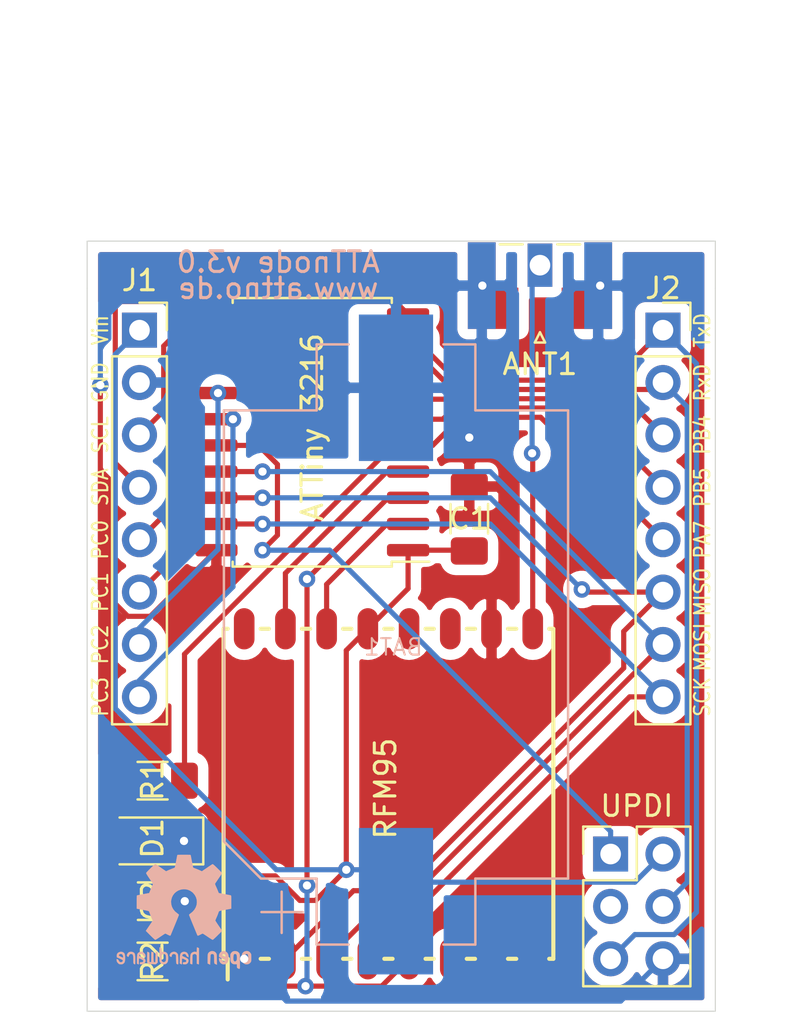
<source format=kicad_pcb>
(kicad_pcb (version 20171130) (host pcbnew 5.1.8)

  (general
    (thickness 1.6)
    (drawings 24)
    (tracks 165)
    (zones 0)
    (modules 13)
    (nets 29)
  )

  (page A4)
  (layers
    (0 F.Cu signal)
    (31 B.Cu signal)
    (32 B.Adhes user)
    (33 F.Adhes user)
    (34 B.Paste user)
    (35 F.Paste user)
    (36 B.SilkS user)
    (37 F.SilkS user)
    (38 B.Mask user)
    (39 F.Mask user)
    (40 Dwgs.User user)
    (41 Cmts.User user)
    (42 Eco1.User user)
    (43 Eco2.User user)
    (44 Edge.Cuts user)
    (45 Margin user)
    (46 B.CrtYd user)
    (47 F.CrtYd user)
    (48 B.Fab user)
    (49 F.Fab user)
  )

  (setup
    (last_trace_width 0.25)
    (trace_clearance 0.2)
    (zone_clearance 0.508)
    (zone_45_only no)
    (trace_min 0.2)
    (via_size 0.8)
    (via_drill 0.4)
    (via_min_size 0.4)
    (via_min_drill 0.3)
    (uvia_size 0.3)
    (uvia_drill 0.1)
    (uvias_allowed no)
    (uvia_min_size 0.2)
    (uvia_min_drill 0.1)
    (edge_width 0.05)
    (segment_width 0.2)
    (pcb_text_width 0.3)
    (pcb_text_size 1.5 1.5)
    (mod_edge_width 0.12)
    (mod_text_size 1 1)
    (mod_text_width 0.15)
    (pad_size 1 1)
    (pad_drill 0)
    (pad_to_mask_clearance 0.051)
    (solder_mask_min_width 0.25)
    (aux_axis_origin 0 0)
    (visible_elements FFFFFF7F)
    (pcbplotparams
      (layerselection 0x010fc_ffffffff)
      (usegerberextensions false)
      (usegerberattributes true)
      (usegerberadvancedattributes true)
      (creategerberjobfile true)
      (excludeedgelayer true)
      (linewidth 0.100000)
      (plotframeref false)
      (viasonmask false)
      (mode 1)
      (useauxorigin false)
      (hpglpennumber 1)
      (hpglpenspeed 20)
      (hpglpendiameter 15.000000)
      (psnegative false)
      (psa4output false)
      (plotreference true)
      (plotvalue true)
      (plotinvisibletext false)
      (padsonsilk false)
      (subtractmaskfromsilk false)
      (outputformat 1)
      (mirror false)
      (drillshape 1)
      (scaleselection 1)
      (outputdirectory ""))
  )

  (net 0 "")
  (net 1 "Net-(ANT1-Pad1)")
  (net 2 GND)
  (net 3 +3V3)
  (net 4 "Net-(D1-Pad2)")
  (net 5 PB0)
  (net 6 PB1)
  (net 7 PC0)
  (net 8 PC1)
  (net 9 PC2)
  (net 10 PC3)
  (net 11 SCK)
  (net 12 MOSI)
  (net 13 MISO)
  (net 14 PA7)
  (net 15 PB5)
  (net 16 PB4)
  (net 17 PB3)
  (net 18 PB2)
  (net 19 RST)
  (net 20 "Net-(PRG1-Pad3)")
  (net 21 NSS)
  (net 22 "Net-(RFM95-Pad6)")
  (net 23 "Net-(RFM95-Pad7)")
  (net 24 "Net-(RFM95-Pad11)")
  (net 25 "Net-(RFM95-Pad12)")
  (net 26 DIO0)
  (net 27 DIO1)
  (net 28 "Net-(RFM95-Pad16)")

  (net_class Default "Dies ist die voreingestellte Netzklasse."
    (clearance 0.2)
    (trace_width 0.25)
    (via_dia 0.8)
    (via_drill 0.4)
    (uvia_dia 0.3)
    (uvia_drill 0.1)
    (add_net +3V3)
    (add_net DIO0)
    (add_net DIO1)
    (add_net GND)
    (add_net MISO)
    (add_net MOSI)
    (add_net NSS)
    (add_net "Net-(ANT1-Pad1)")
    (add_net "Net-(D1-Pad2)")
    (add_net "Net-(PRG1-Pad3)")
    (add_net "Net-(RFM95-Pad11)")
    (add_net "Net-(RFM95-Pad12)")
    (add_net "Net-(RFM95-Pad16)")
    (add_net "Net-(RFM95-Pad6)")
    (add_net "Net-(RFM95-Pad7)")
    (add_net PA7)
    (add_net PB0)
    (add_net PB1)
    (add_net PB2)
    (add_net PB3)
    (add_net PB4)
    (add_net PB5)
    (add_net PC0)
    (add_net PC1)
    (add_net PC2)
    (add_net PC3)
    (add_net RST)
    (add_net SCK)
  )

  (module Symbol:OSHW-Logo2_7.3x6mm_SilkScreen (layer B.Cu) (tedit 0) (tstamp 5FB1DA54)
    (at 60.579 73.914 180)
    (descr "Open Source Hardware Symbol")
    (tags "Logo Symbol OSHW")
    (attr virtual)
    (fp_text reference OSHW (at 0 0) (layer B.SilkS) hide
      (effects (font (size 1 1) (thickness 0.15)) (justify mirror))
    )
    (fp_text value OSHW-Logo2_7.3x6mm_SilkScreen (at 0.75 0) (layer B.Fab) hide
      (effects (font (size 1 1) (thickness 0.15)) (justify mirror))
    )
    (fp_poly (pts (xy -2.400256 -1.919918) (xy -2.344799 -1.947568) (xy -2.295852 -1.99848) (xy -2.282371 -2.017338)
      (xy -2.267686 -2.042015) (xy -2.258158 -2.068816) (xy -2.252707 -2.104587) (xy -2.250253 -2.156169)
      (xy -2.249714 -2.224267) (xy -2.252148 -2.317588) (xy -2.260606 -2.387657) (xy -2.276826 -2.439931)
      (xy -2.302546 -2.479869) (xy -2.339503 -2.512929) (xy -2.342218 -2.514886) (xy -2.37864 -2.534908)
      (xy -2.422498 -2.544815) (xy -2.478276 -2.547257) (xy -2.568952 -2.547257) (xy -2.56899 -2.635283)
      (xy -2.569834 -2.684308) (xy -2.574976 -2.713065) (xy -2.588413 -2.730311) (xy -2.614142 -2.744808)
      (xy -2.620321 -2.747769) (xy -2.649236 -2.761648) (xy -2.671624 -2.770414) (xy -2.688271 -2.771171)
      (xy -2.699964 -2.761023) (xy -2.70749 -2.737073) (xy -2.711634 -2.696426) (xy -2.713185 -2.636186)
      (xy -2.712929 -2.553455) (xy -2.711651 -2.445339) (xy -2.711252 -2.413) (xy -2.709815 -2.301524)
      (xy -2.708528 -2.228603) (xy -2.569029 -2.228603) (xy -2.568245 -2.290499) (xy -2.56476 -2.330997)
      (xy -2.556876 -2.357708) (xy -2.542895 -2.378244) (xy -2.533403 -2.38826) (xy -2.494596 -2.417567)
      (xy -2.460237 -2.419952) (xy -2.424784 -2.39575) (xy -2.423886 -2.394857) (xy -2.409461 -2.376153)
      (xy -2.400687 -2.350732) (xy -2.396261 -2.311584) (xy -2.394882 -2.251697) (xy -2.394857 -2.23843)
      (xy -2.398188 -2.155901) (xy -2.409031 -2.098691) (xy -2.42866 -2.063766) (xy -2.45835 -2.048094)
      (xy -2.475509 -2.046514) (xy -2.516234 -2.053926) (xy -2.544168 -2.07833) (xy -2.560983 -2.12298)
      (xy -2.56835 -2.19113) (xy -2.569029 -2.228603) (xy -2.708528 -2.228603) (xy -2.708292 -2.215245)
      (xy -2.706323 -2.150333) (xy -2.70355 -2.102958) (xy -2.699612 -2.06929) (xy -2.694151 -2.045498)
      (xy -2.686808 -2.027753) (xy -2.677223 -2.012224) (xy -2.673113 -2.006381) (xy -2.618595 -1.951185)
      (xy -2.549664 -1.91989) (xy -2.469928 -1.911165) (xy -2.400256 -1.919918)) (layer B.SilkS) (width 0.01))
    (fp_poly (pts (xy -1.283907 -1.92778) (xy -1.237328 -1.954723) (xy -1.204943 -1.981466) (xy -1.181258 -2.009484)
      (xy -1.164941 -2.043748) (xy -1.154661 -2.089227) (xy -1.149086 -2.150892) (xy -1.146884 -2.233711)
      (xy -1.146629 -2.293246) (xy -1.146629 -2.512391) (xy -1.208314 -2.540044) (xy -1.27 -2.567697)
      (xy -1.277257 -2.32767) (xy -1.280256 -2.238028) (xy -1.283402 -2.172962) (xy -1.287299 -2.128026)
      (xy -1.292553 -2.09877) (xy -1.299769 -2.080748) (xy -1.30955 -2.069511) (xy -1.312688 -2.067079)
      (xy -1.360239 -2.048083) (xy -1.408303 -2.0556) (xy -1.436914 -2.075543) (xy -1.448553 -2.089675)
      (xy -1.456609 -2.10822) (xy -1.461729 -2.136334) (xy -1.464559 -2.179173) (xy -1.465744 -2.241895)
      (xy -1.465943 -2.307261) (xy -1.465982 -2.389268) (xy -1.467386 -2.447316) (xy -1.472086 -2.486465)
      (xy -1.482013 -2.51178) (xy -1.499097 -2.528323) (xy -1.525268 -2.541156) (xy -1.560225 -2.554491)
      (xy -1.598404 -2.569007) (xy -1.593859 -2.311389) (xy -1.592029 -2.218519) (xy -1.589888 -2.149889)
      (xy -1.586819 -2.100711) (xy -1.582206 -2.066198) (xy -1.575432 -2.041562) (xy -1.565881 -2.022016)
      (xy -1.554366 -2.00477) (xy -1.49881 -1.94968) (xy -1.43102 -1.917822) (xy -1.357287 -1.910191)
      (xy -1.283907 -1.92778)) (layer B.SilkS) (width 0.01))
    (fp_poly (pts (xy -2.958885 -1.921962) (xy -2.890855 -1.957733) (xy -2.840649 -2.015301) (xy -2.822815 -2.052312)
      (xy -2.808937 -2.107882) (xy -2.801833 -2.178096) (xy -2.80116 -2.254727) (xy -2.806573 -2.329552)
      (xy -2.81773 -2.394342) (xy -2.834286 -2.440873) (xy -2.839374 -2.448887) (xy -2.899645 -2.508707)
      (xy -2.971231 -2.544535) (xy -3.048908 -2.55502) (xy -3.127452 -2.53881) (xy -3.149311 -2.529092)
      (xy -3.191878 -2.499143) (xy -3.229237 -2.459433) (xy -3.232768 -2.454397) (xy -3.247119 -2.430124)
      (xy -3.256606 -2.404178) (xy -3.26221 -2.370022) (xy -3.264914 -2.321119) (xy -3.265701 -2.250935)
      (xy -3.265714 -2.2352) (xy -3.265678 -2.230192) (xy -3.120571 -2.230192) (xy -3.119727 -2.29643)
      (xy -3.116404 -2.340386) (xy -3.109417 -2.368779) (xy -3.097584 -2.388325) (xy -3.091543 -2.394857)
      (xy -3.056814 -2.41968) (xy -3.023097 -2.418548) (xy -2.989005 -2.397016) (xy -2.968671 -2.374029)
      (xy -2.956629 -2.340478) (xy -2.949866 -2.287569) (xy -2.949402 -2.281399) (xy -2.948248 -2.185513)
      (xy -2.960312 -2.114299) (xy -2.98543 -2.068194) (xy -3.02344 -2.047635) (xy -3.037008 -2.046514)
      (xy -3.072636 -2.052152) (xy -3.097006 -2.071686) (xy -3.111907 -2.109042) (xy -3.119125 -2.16815)
      (xy -3.120571 -2.230192) (xy -3.265678 -2.230192) (xy -3.265174 -2.160413) (xy -3.262904 -2.108159)
      (xy -3.257932 -2.071949) (xy -3.249287 -2.045299) (xy -3.235995 -2.021722) (xy -3.233057 -2.017338)
      (xy -3.183687 -1.958249) (xy -3.129891 -1.923947) (xy -3.064398 -1.910331) (xy -3.042158 -1.909665)
      (xy -2.958885 -1.921962)) (layer B.SilkS) (width 0.01))
    (fp_poly (pts (xy -1.831697 -1.931239) (xy -1.774473 -1.969735) (xy -1.730251 -2.025335) (xy -1.703833 -2.096086)
      (xy -1.69849 -2.148162) (xy -1.699097 -2.169893) (xy -1.704178 -2.186531) (xy -1.718145 -2.201437)
      (xy -1.745411 -2.217973) (xy -1.790388 -2.239498) (xy -1.857489 -2.269374) (xy -1.857829 -2.269524)
      (xy -1.919593 -2.297813) (xy -1.970241 -2.322933) (xy -2.004596 -2.342179) (xy -2.017482 -2.352848)
      (xy -2.017486 -2.352934) (xy -2.006128 -2.376166) (xy -1.979569 -2.401774) (xy -1.949077 -2.420221)
      (xy -1.93363 -2.423886) (xy -1.891485 -2.411212) (xy -1.855192 -2.379471) (xy -1.837483 -2.344572)
      (xy -1.820448 -2.318845) (xy -1.787078 -2.289546) (xy -1.747851 -2.264235) (xy -1.713244 -2.250471)
      (xy -1.706007 -2.249714) (xy -1.697861 -2.26216) (xy -1.69737 -2.293972) (xy -1.703357 -2.336866)
      (xy -1.714643 -2.382558) (xy -1.73005 -2.422761) (xy -1.730829 -2.424322) (xy -1.777196 -2.489062)
      (xy -1.837289 -2.533097) (xy -1.905535 -2.554711) (xy -1.976362 -2.552185) (xy -2.044196 -2.523804)
      (xy -2.047212 -2.521808) (xy -2.100573 -2.473448) (xy -2.13566 -2.410352) (xy -2.155078 -2.327387)
      (xy -2.157684 -2.304078) (xy -2.162299 -2.194055) (xy -2.156767 -2.142748) (xy -2.017486 -2.142748)
      (xy -2.015676 -2.174753) (xy -2.005778 -2.184093) (xy -1.981102 -2.177105) (xy -1.942205 -2.160587)
      (xy -1.898725 -2.139881) (xy -1.897644 -2.139333) (xy -1.860791 -2.119949) (xy -1.846 -2.107013)
      (xy -1.849647 -2.093451) (xy -1.865005 -2.075632) (xy -1.904077 -2.049845) (xy -1.946154 -2.04795)
      (xy -1.983897 -2.066717) (xy -2.009966 -2.102915) (xy -2.017486 -2.142748) (xy -2.156767 -2.142748)
      (xy -2.152806 -2.106027) (xy -2.12845 -2.036212) (xy -2.094544 -1.987302) (xy -2.033347 -1.937878)
      (xy -1.965937 -1.913359) (xy -1.89712 -1.911797) (xy -1.831697 -1.931239)) (layer B.SilkS) (width 0.01))
    (fp_poly (pts (xy -0.624114 -1.851289) (xy -0.619861 -1.910613) (xy -0.614975 -1.945572) (xy -0.608205 -1.96082)
      (xy -0.598298 -1.961015) (xy -0.595086 -1.959195) (xy -0.552356 -1.946015) (xy -0.496773 -1.946785)
      (xy -0.440263 -1.960333) (xy -0.404918 -1.977861) (xy -0.368679 -2.005861) (xy -0.342187 -2.037549)
      (xy -0.324001 -2.077813) (xy -0.312678 -2.131543) (xy -0.306778 -2.203626) (xy -0.304857 -2.298951)
      (xy -0.304823 -2.317237) (xy -0.3048 -2.522646) (xy -0.350509 -2.53858) (xy -0.382973 -2.54942)
      (xy -0.400785 -2.554468) (xy -0.401309 -2.554514) (xy -0.403063 -2.540828) (xy -0.404556 -2.503076)
      (xy -0.405674 -2.446224) (xy -0.406303 -2.375234) (xy -0.4064 -2.332073) (xy -0.406602 -2.246973)
      (xy -0.407642 -2.185981) (xy -0.410169 -2.144177) (xy -0.414836 -2.116642) (xy -0.422293 -2.098456)
      (xy -0.433189 -2.084698) (xy -0.439993 -2.078073) (xy -0.486728 -2.051375) (xy -0.537728 -2.049375)
      (xy -0.583999 -2.071955) (xy -0.592556 -2.080107) (xy -0.605107 -2.095436) (xy -0.613812 -2.113618)
      (xy -0.619369 -2.139909) (xy -0.622474 -2.179562) (xy -0.623824 -2.237832) (xy -0.624114 -2.318173)
      (xy -0.624114 -2.522646) (xy -0.669823 -2.53858) (xy -0.702287 -2.54942) (xy -0.720099 -2.554468)
      (xy -0.720623 -2.554514) (xy -0.721963 -2.540623) (xy -0.723172 -2.501439) (xy -0.724199 -2.4407)
      (xy -0.724998 -2.362141) (xy -0.725519 -2.269498) (xy -0.725714 -2.166509) (xy -0.725714 -1.769342)
      (xy -0.678543 -1.749444) (xy -0.631371 -1.729547) (xy -0.624114 -1.851289)) (layer B.SilkS) (width 0.01))
    (fp_poly (pts (xy 0.039744 -1.950968) (xy 0.096616 -1.972087) (xy 0.097267 -1.972493) (xy 0.13244 -1.99838)
      (xy 0.158407 -2.028633) (xy 0.17667 -2.068058) (xy 0.188732 -2.121462) (xy 0.196096 -2.193651)
      (xy 0.200264 -2.289432) (xy 0.200629 -2.303078) (xy 0.205876 -2.508842) (xy 0.161716 -2.531678)
      (xy 0.129763 -2.54711) (xy 0.11047 -2.554423) (xy 0.109578 -2.554514) (xy 0.106239 -2.541022)
      (xy 0.103587 -2.504626) (xy 0.101956 -2.451452) (xy 0.1016 -2.408393) (xy 0.101592 -2.338641)
      (xy 0.098403 -2.294837) (xy 0.087288 -2.273944) (xy 0.063501 -2.272925) (xy 0.022296 -2.288741)
      (xy -0.039914 -2.317815) (xy -0.085659 -2.341963) (xy -0.109187 -2.362913) (xy -0.116104 -2.385747)
      (xy -0.116114 -2.386877) (xy -0.104701 -2.426212) (xy -0.070908 -2.447462) (xy -0.019191 -2.450539)
      (xy 0.018061 -2.450006) (xy 0.037703 -2.460735) (xy 0.049952 -2.486505) (xy 0.057002 -2.519337)
      (xy 0.046842 -2.537966) (xy 0.043017 -2.540632) (xy 0.007001 -2.55134) (xy -0.043434 -2.552856)
      (xy -0.095374 -2.545759) (xy -0.132178 -2.532788) (xy -0.183062 -2.489585) (xy -0.211986 -2.429446)
      (xy -0.217714 -2.382462) (xy -0.213343 -2.340082) (xy -0.197525 -2.305488) (xy -0.166203 -2.274763)
      (xy -0.115322 -2.24399) (xy -0.040824 -2.209252) (xy -0.036286 -2.207288) (xy 0.030821 -2.176287)
      (xy 0.072232 -2.150862) (xy 0.089981 -2.128014) (xy 0.086107 -2.104745) (xy 0.062643 -2.078056)
      (xy 0.055627 -2.071914) (xy 0.00863 -2.0481) (xy -0.040067 -2.049103) (xy -0.082478 -2.072451)
      (xy -0.110616 -2.115675) (xy -0.113231 -2.12416) (xy -0.138692 -2.165308) (xy -0.170999 -2.185128)
      (xy -0.217714 -2.20477) (xy -0.217714 -2.15395) (xy -0.203504 -2.080082) (xy -0.161325 -2.012327)
      (xy -0.139376 -1.989661) (xy -0.089483 -1.960569) (xy -0.026033 -1.9474) (xy 0.039744 -1.950968)) (layer B.SilkS) (width 0.01))
    (fp_poly (pts (xy 0.529926 -1.949755) (xy 0.595858 -1.974084) (xy 0.649273 -2.017117) (xy 0.670164 -2.047409)
      (xy 0.692939 -2.102994) (xy 0.692466 -2.143186) (xy 0.668562 -2.170217) (xy 0.659717 -2.174813)
      (xy 0.62153 -2.189144) (xy 0.602028 -2.185472) (xy 0.595422 -2.161407) (xy 0.595086 -2.148114)
      (xy 0.582992 -2.09921) (xy 0.551471 -2.064999) (xy 0.507659 -2.048476) (xy 0.458695 -2.052634)
      (xy 0.418894 -2.074227) (xy 0.40545 -2.086544) (xy 0.395921 -2.101487) (xy 0.389485 -2.124075)
      (xy 0.385317 -2.159328) (xy 0.382597 -2.212266) (xy 0.380502 -2.287907) (xy 0.37996 -2.311857)
      (xy 0.377981 -2.39379) (xy 0.375731 -2.451455) (xy 0.372357 -2.489608) (xy 0.367006 -2.513004)
      (xy 0.358824 -2.526398) (xy 0.346959 -2.534545) (xy 0.339362 -2.538144) (xy 0.307102 -2.550452)
      (xy 0.288111 -2.554514) (xy 0.281836 -2.540948) (xy 0.278006 -2.499934) (xy 0.2766 -2.430999)
      (xy 0.277598 -2.333669) (xy 0.277908 -2.318657) (xy 0.280101 -2.229859) (xy 0.282693 -2.165019)
      (xy 0.286382 -2.119067) (xy 0.291864 -2.086935) (xy 0.299835 -2.063553) (xy 0.310993 -2.043852)
      (xy 0.31683 -2.03541) (xy 0.350296 -1.998057) (xy 0.387727 -1.969003) (xy 0.392309 -1.966467)
      (xy 0.459426 -1.946443) (xy 0.529926 -1.949755)) (layer B.SilkS) (width 0.01))
    (fp_poly (pts (xy 1.190117 -2.065358) (xy 1.189933 -2.173837) (xy 1.189219 -2.257287) (xy 1.187675 -2.319704)
      (xy 1.185001 -2.365085) (xy 1.180894 -2.397429) (xy 1.175055 -2.420733) (xy 1.167182 -2.438995)
      (xy 1.161221 -2.449418) (xy 1.111855 -2.505945) (xy 1.049264 -2.541377) (xy 0.980013 -2.55409)
      (xy 0.910668 -2.542463) (xy 0.869375 -2.521568) (xy 0.826025 -2.485422) (xy 0.796481 -2.441276)
      (xy 0.778655 -2.383462) (xy 0.770463 -2.306313) (xy 0.769302 -2.249714) (xy 0.769458 -2.245647)
      (xy 0.870857 -2.245647) (xy 0.871476 -2.31055) (xy 0.874314 -2.353514) (xy 0.88084 -2.381622)
      (xy 0.892523 -2.401953) (xy 0.906483 -2.417288) (xy 0.953365 -2.44689) (xy 1.003701 -2.449419)
      (xy 1.051276 -2.424705) (xy 1.054979 -2.421356) (xy 1.070783 -2.403935) (xy 1.080693 -2.383209)
      (xy 1.086058 -2.352362) (xy 1.088228 -2.304577) (xy 1.088571 -2.251748) (xy 1.087827 -2.185381)
      (xy 1.084748 -2.141106) (xy 1.078061 -2.112009) (xy 1.066496 -2.091173) (xy 1.057013 -2.080107)
      (xy 1.01296 -2.052198) (xy 0.962224 -2.048843) (xy 0.913796 -2.070159) (xy 0.90445 -2.078073)
      (xy 0.88854 -2.095647) (xy 0.87861 -2.116587) (xy 0.873278 -2.147782) (xy 0.871163 -2.196122)
      (xy 0.870857 -2.245647) (xy 0.769458 -2.245647) (xy 0.77281 -2.158568) (xy 0.784726 -2.090086)
      (xy 0.807135 -2.0386) (xy 0.842124 -1.998443) (xy 0.869375 -1.977861) (xy 0.918907 -1.955625)
      (xy 0.976316 -1.945304) (xy 1.029682 -1.948067) (xy 1.059543 -1.959212) (xy 1.071261 -1.962383)
      (xy 1.079037 -1.950557) (xy 1.084465 -1.918866) (xy 1.088571 -1.870593) (xy 1.093067 -1.816829)
      (xy 1.099313 -1.784482) (xy 1.110676 -1.765985) (xy 1.130528 -1.75377) (xy 1.143 -1.748362)
      (xy 1.190171 -1.728601) (xy 1.190117 -2.065358)) (layer B.SilkS) (width 0.01))
    (fp_poly (pts (xy 1.779833 -1.958663) (xy 1.782048 -1.99685) (xy 1.783784 -2.054886) (xy 1.784899 -2.12818)
      (xy 1.785257 -2.205055) (xy 1.785257 -2.465196) (xy 1.739326 -2.511127) (xy 1.707675 -2.539429)
      (xy 1.67989 -2.550893) (xy 1.641915 -2.550168) (xy 1.62684 -2.548321) (xy 1.579726 -2.542948)
      (xy 1.540756 -2.539869) (xy 1.531257 -2.539585) (xy 1.499233 -2.541445) (xy 1.453432 -2.546114)
      (xy 1.435674 -2.548321) (xy 1.392057 -2.551735) (xy 1.362745 -2.54432) (xy 1.33368 -2.521427)
      (xy 1.323188 -2.511127) (xy 1.277257 -2.465196) (xy 1.277257 -1.978602) (xy 1.314226 -1.961758)
      (xy 1.346059 -1.949282) (xy 1.364683 -1.944914) (xy 1.369458 -1.958718) (xy 1.373921 -1.997286)
      (xy 1.377775 -2.056356) (xy 1.380722 -2.131663) (xy 1.382143 -2.195286) (xy 1.386114 -2.445657)
      (xy 1.420759 -2.450556) (xy 1.452268 -2.447131) (xy 1.467708 -2.436041) (xy 1.472023 -2.415308)
      (xy 1.475708 -2.371145) (xy 1.478469 -2.309146) (xy 1.480012 -2.234909) (xy 1.480235 -2.196706)
      (xy 1.480457 -1.976783) (xy 1.526166 -1.960849) (xy 1.558518 -1.950015) (xy 1.576115 -1.944962)
      (xy 1.576623 -1.944914) (xy 1.578388 -1.958648) (xy 1.580329 -1.99673) (xy 1.582282 -2.054482)
      (xy 1.584084 -2.127227) (xy 1.585343 -2.195286) (xy 1.589314 -2.445657) (xy 1.6764 -2.445657)
      (xy 1.680396 -2.21724) (xy 1.684392 -1.988822) (xy 1.726847 -1.966868) (xy 1.758192 -1.951793)
      (xy 1.776744 -1.944951) (xy 1.777279 -1.944914) (xy 1.779833 -1.958663)) (layer B.SilkS) (width 0.01))
    (fp_poly (pts (xy 2.144876 -1.956335) (xy 2.186667 -1.975344) (xy 2.219469 -1.998378) (xy 2.243503 -2.024133)
      (xy 2.260097 -2.057358) (xy 2.270577 -2.1028) (xy 2.276271 -2.165207) (xy 2.278507 -2.249327)
      (xy 2.278743 -2.304721) (xy 2.278743 -2.520826) (xy 2.241774 -2.53767) (xy 2.212656 -2.549981)
      (xy 2.198231 -2.554514) (xy 2.195472 -2.541025) (xy 2.193282 -2.504653) (xy 2.191942 -2.451542)
      (xy 2.191657 -2.409372) (xy 2.190434 -2.348447) (xy 2.187136 -2.300115) (xy 2.182321 -2.270518)
      (xy 2.178496 -2.264229) (xy 2.152783 -2.270652) (xy 2.112418 -2.287125) (xy 2.065679 -2.309458)
      (xy 2.020845 -2.333457) (xy 1.986193 -2.35493) (xy 1.970002 -2.369685) (xy 1.969938 -2.369845)
      (xy 1.97133 -2.397152) (xy 1.983818 -2.423219) (xy 2.005743 -2.444392) (xy 2.037743 -2.451474)
      (xy 2.065092 -2.450649) (xy 2.103826 -2.450042) (xy 2.124158 -2.459116) (xy 2.136369 -2.483092)
      (xy 2.137909 -2.487613) (xy 2.143203 -2.521806) (xy 2.129047 -2.542568) (xy 2.092148 -2.552462)
      (xy 2.052289 -2.554292) (xy 1.980562 -2.540727) (xy 1.943432 -2.521355) (xy 1.897576 -2.475845)
      (xy 1.873256 -2.419983) (xy 1.871073 -2.360957) (xy 1.891629 -2.305953) (xy 1.922549 -2.271486)
      (xy 1.95342 -2.252189) (xy 2.001942 -2.227759) (xy 2.058485 -2.202985) (xy 2.06791 -2.199199)
      (xy 2.130019 -2.171791) (xy 2.165822 -2.147634) (xy 2.177337 -2.123619) (xy 2.16658 -2.096635)
      (xy 2.148114 -2.075543) (xy 2.104469 -2.049572) (xy 2.056446 -2.047624) (xy 2.012406 -2.067637)
      (xy 1.980709 -2.107551) (xy 1.976549 -2.117848) (xy 1.952327 -2.155724) (xy 1.916965 -2.183842)
      (xy 1.872343 -2.206917) (xy 1.872343 -2.141485) (xy 1.874969 -2.101506) (xy 1.88623 -2.069997)
      (xy 1.911199 -2.036378) (xy 1.935169 -2.010484) (xy 1.972441 -1.973817) (xy 2.001401 -1.954121)
      (xy 2.032505 -1.94622) (xy 2.067713 -1.944914) (xy 2.144876 -1.956335)) (layer B.SilkS) (width 0.01))
    (fp_poly (pts (xy 2.6526 -1.958752) (xy 2.669948 -1.966334) (xy 2.711356 -1.999128) (xy 2.746765 -2.046547)
      (xy 2.768664 -2.097151) (xy 2.772229 -2.122098) (xy 2.760279 -2.156927) (xy 2.734067 -2.175357)
      (xy 2.705964 -2.186516) (xy 2.693095 -2.188572) (xy 2.686829 -2.173649) (xy 2.674456 -2.141175)
      (xy 2.669028 -2.126502) (xy 2.63859 -2.075744) (xy 2.59452 -2.050427) (xy 2.53801 -2.051206)
      (xy 2.533825 -2.052203) (xy 2.503655 -2.066507) (xy 2.481476 -2.094393) (xy 2.466327 -2.139287)
      (xy 2.45725 -2.204615) (xy 2.453286 -2.293804) (xy 2.452914 -2.341261) (xy 2.45273 -2.416071)
      (xy 2.451522 -2.467069) (xy 2.448309 -2.499471) (xy 2.442109 -2.518495) (xy 2.43194 -2.529356)
      (xy 2.416819 -2.537272) (xy 2.415946 -2.53767) (xy 2.386828 -2.549981) (xy 2.372403 -2.554514)
      (xy 2.370186 -2.540809) (xy 2.368289 -2.502925) (xy 2.366847 -2.445715) (xy 2.365998 -2.374027)
      (xy 2.365829 -2.321565) (xy 2.366692 -2.220047) (xy 2.37007 -2.143032) (xy 2.377142 -2.086023)
      (xy 2.389088 -2.044526) (xy 2.40709 -2.014043) (xy 2.432327 -1.99008) (xy 2.457247 -1.973355)
      (xy 2.517171 -1.951097) (xy 2.586911 -1.946076) (xy 2.6526 -1.958752)) (layer B.SilkS) (width 0.01))
    (fp_poly (pts (xy 3.153595 -1.966966) (xy 3.211021 -2.004497) (xy 3.238719 -2.038096) (xy 3.260662 -2.099064)
      (xy 3.262405 -2.147308) (xy 3.258457 -2.211816) (xy 3.109686 -2.276934) (xy 3.037349 -2.310202)
      (xy 2.990084 -2.336964) (xy 2.965507 -2.360144) (xy 2.961237 -2.382667) (xy 2.974889 -2.407455)
      (xy 2.989943 -2.423886) (xy 3.033746 -2.450235) (xy 3.081389 -2.452081) (xy 3.125145 -2.431546)
      (xy 3.157289 -2.390752) (xy 3.163038 -2.376347) (xy 3.190576 -2.331356) (xy 3.222258 -2.312182)
      (xy 3.265714 -2.295779) (xy 3.265714 -2.357966) (xy 3.261872 -2.400283) (xy 3.246823 -2.435969)
      (xy 3.21528 -2.476943) (xy 3.210592 -2.482267) (xy 3.175506 -2.51872) (xy 3.145347 -2.538283)
      (xy 3.107615 -2.547283) (xy 3.076335 -2.55023) (xy 3.020385 -2.550965) (xy 2.980555 -2.54166)
      (xy 2.955708 -2.527846) (xy 2.916656 -2.497467) (xy 2.889625 -2.464613) (xy 2.872517 -2.423294)
      (xy 2.863238 -2.367521) (xy 2.859693 -2.291305) (xy 2.85941 -2.252622) (xy 2.860372 -2.206247)
      (xy 2.948007 -2.206247) (xy 2.949023 -2.231126) (xy 2.951556 -2.2352) (xy 2.968274 -2.229665)
      (xy 3.004249 -2.215017) (xy 3.052331 -2.19419) (xy 3.062386 -2.189714) (xy 3.123152 -2.158814)
      (xy 3.156632 -2.131657) (xy 3.16399 -2.10622) (xy 3.146391 -2.080481) (xy 3.131856 -2.069109)
      (xy 3.07941 -2.046364) (xy 3.030322 -2.050122) (xy 2.989227 -2.077884) (xy 2.960758 -2.127152)
      (xy 2.951631 -2.166257) (xy 2.948007 -2.206247) (xy 2.860372 -2.206247) (xy 2.861285 -2.162249)
      (xy 2.868196 -2.095384) (xy 2.881884 -2.046695) (xy 2.904096 -2.010849) (xy 2.936574 -1.982513)
      (xy 2.950733 -1.973355) (xy 3.015053 -1.949507) (xy 3.085473 -1.948006) (xy 3.153595 -1.966966)) (layer B.SilkS) (width 0.01))
    (fp_poly (pts (xy 0.10391 2.757652) (xy 0.182454 2.757222) (xy 0.239298 2.756058) (xy 0.278105 2.753793)
      (xy 0.302538 2.75006) (xy 0.316262 2.744494) (xy 0.32294 2.736727) (xy 0.326236 2.726395)
      (xy 0.326556 2.725057) (xy 0.331562 2.700921) (xy 0.340829 2.653299) (xy 0.353392 2.587259)
      (xy 0.368287 2.507872) (xy 0.384551 2.420204) (xy 0.385119 2.417125) (xy 0.40141 2.331211)
      (xy 0.416652 2.255304) (xy 0.429861 2.193955) (xy 0.440054 2.151718) (xy 0.446248 2.133145)
      (xy 0.446543 2.132816) (xy 0.464788 2.123747) (xy 0.502405 2.108633) (xy 0.551271 2.090738)
      (xy 0.551543 2.090642) (xy 0.613093 2.067507) (xy 0.685657 2.038035) (xy 0.754057 2.008403)
      (xy 0.757294 2.006938) (xy 0.868702 1.956374) (xy 1.115399 2.12484) (xy 1.191077 2.176197)
      (xy 1.259631 2.222111) (xy 1.317088 2.25997) (xy 1.359476 2.287163) (xy 1.382825 2.301079)
      (xy 1.385042 2.302111) (xy 1.40201 2.297516) (xy 1.433701 2.275345) (xy 1.481352 2.234553)
      (xy 1.546198 2.174095) (xy 1.612397 2.109773) (xy 1.676214 2.046388) (xy 1.733329 1.988549)
      (xy 1.780305 1.939825) (xy 1.813703 1.90379) (xy 1.830085 1.884016) (xy 1.830694 1.882998)
      (xy 1.832505 1.869428) (xy 1.825683 1.847267) (xy 1.80854 1.813522) (xy 1.779393 1.7652)
      (xy 1.736555 1.699308) (xy 1.679448 1.614483) (xy 1.628766 1.539823) (xy 1.583461 1.47286)
      (xy 1.54615 1.417484) (xy 1.519452 1.37758) (xy 1.505985 1.357038) (xy 1.505137 1.355644)
      (xy 1.506781 1.335962) (xy 1.519245 1.297707) (xy 1.540048 1.248111) (xy 1.547462 1.232272)
      (xy 1.579814 1.16171) (xy 1.614328 1.081647) (xy 1.642365 1.012371) (xy 1.662568 0.960955)
      (xy 1.678615 0.921881) (xy 1.687888 0.901459) (xy 1.689041 0.899886) (xy 1.706096 0.897279)
      (xy 1.746298 0.890137) (xy 1.804302 0.879477) (xy 1.874763 0.866315) (xy 1.952335 0.851667)
      (xy 2.031672 0.836551) (xy 2.107431 0.821982) (xy 2.174264 0.808978) (xy 2.226828 0.798555)
      (xy 2.259776 0.79173) (xy 2.267857 0.789801) (xy 2.276205 0.785038) (xy 2.282506 0.774282)
      (xy 2.287045 0.753902) (xy 2.290104 0.720266) (xy 2.291967 0.669745) (xy 2.292918 0.598708)
      (xy 2.29324 0.503524) (xy 2.293257 0.464508) (xy 2.293257 0.147201) (xy 2.217057 0.132161)
      (xy 2.174663 0.124005) (xy 2.1114 0.112101) (xy 2.034962 0.097884) (xy 1.953043 0.08279)
      (xy 1.9304 0.078645) (xy 1.854806 0.063947) (xy 1.788953 0.049495) (xy 1.738366 0.036625)
      (xy 1.708574 0.026678) (xy 1.703612 0.023713) (xy 1.691426 0.002717) (xy 1.673953 -0.037967)
      (xy 1.654577 -0.090322) (xy 1.650734 -0.1016) (xy 1.625339 -0.171523) (xy 1.593817 -0.250418)
      (xy 1.562969 -0.321266) (xy 1.562817 -0.321595) (xy 1.511447 -0.432733) (xy 1.680399 -0.681253)
      (xy 1.849352 -0.929772) (xy 1.632429 -1.147058) (xy 1.566819 -1.211726) (xy 1.506979 -1.268733)
      (xy 1.456267 -1.315033) (xy 1.418046 -1.347584) (xy 1.395675 -1.363343) (xy 1.392466 -1.364343)
      (xy 1.373626 -1.356469) (xy 1.33518 -1.334578) (xy 1.28133 -1.301267) (xy 1.216276 -1.259131)
      (xy 1.14594 -1.211943) (xy 1.074555 -1.16381) (xy 1.010908 -1.121928) (xy 0.959041 -1.088871)
      (xy 0.922995 -1.067218) (xy 0.906867 -1.059543) (xy 0.887189 -1.066037) (xy 0.849875 -1.08315)
      (xy 0.802621 -1.107326) (xy 0.797612 -1.110013) (xy 0.733977 -1.141927) (xy 0.690341 -1.157579)
      (xy 0.663202 -1.157745) (xy 0.649057 -1.143204) (xy 0.648975 -1.143) (xy 0.641905 -1.125779)
      (xy 0.625042 -1.084899) (xy 0.599695 -1.023525) (xy 0.567171 -0.944819) (xy 0.528778 -0.851947)
      (xy 0.485822 -0.748072) (xy 0.444222 -0.647502) (xy 0.398504 -0.536516) (xy 0.356526 -0.433703)
      (xy 0.319548 -0.342215) (xy 0.288827 -0.265201) (xy 0.265622 -0.205815) (xy 0.25119 -0.167209)
      (xy 0.246743 -0.1528) (xy 0.257896 -0.136272) (xy 0.287069 -0.10993) (xy 0.325971 -0.080887)
      (xy 0.436757 0.010961) (xy 0.523351 0.116241) (xy 0.584716 0.232734) (xy 0.619815 0.358224)
      (xy 0.627608 0.490493) (xy 0.621943 0.551543) (xy 0.591078 0.678205) (xy 0.53792 0.790059)
      (xy 0.465767 0.885999) (xy 0.377917 0.964924) (xy 0.277665 1.02573) (xy 0.16831 1.067313)
      (xy 0.053147 1.088572) (xy -0.064525 1.088401) (xy -0.18141 1.065699) (xy -0.294211 1.019362)
      (xy -0.399631 0.948287) (xy -0.443632 0.908089) (xy -0.528021 0.804871) (xy -0.586778 0.692075)
      (xy -0.620296 0.57299) (xy -0.628965 0.450905) (xy -0.613177 0.329107) (xy -0.573322 0.210884)
      (xy -0.509793 0.099525) (xy -0.422979 -0.001684) (xy -0.325971 -0.080887) (xy -0.285563 -0.111162)
      (xy -0.257018 -0.137219) (xy -0.246743 -0.152825) (xy -0.252123 -0.169843) (xy -0.267425 -0.2105)
      (xy -0.291388 -0.271642) (xy -0.322756 -0.350119) (xy -0.360268 -0.44278) (xy -0.402667 -0.546472)
      (xy -0.444337 -0.647526) (xy -0.49031 -0.758607) (xy -0.532893 -0.861541) (xy -0.570779 -0.953165)
      (xy -0.60266 -1.030316) (xy -0.627229 -1.089831) (xy -0.64318 -1.128544) (xy -0.64909 -1.143)
      (xy -0.663052 -1.157685) (xy -0.69006 -1.157642) (xy -0.733587 -1.142099) (xy -0.79711 -1.110284)
      (xy -0.797612 -1.110013) (xy -0.84544 -1.085323) (xy -0.884103 -1.067338) (xy -0.905905 -1.059614)
      (xy -0.906867 -1.059543) (xy -0.923279 -1.067378) (xy -0.959513 -1.089165) (xy -1.011526 -1.122328)
      (xy -1.075275 -1.164291) (xy -1.14594 -1.211943) (xy -1.217884 -1.260191) (xy -1.282726 -1.302151)
      (xy -1.336265 -1.335227) (xy -1.374303 -1.356821) (xy -1.392467 -1.364343) (xy -1.409192 -1.354457)
      (xy -1.44282 -1.326826) (xy -1.48999 -1.284495) (xy -1.547342 -1.230505) (xy -1.611516 -1.167899)
      (xy -1.632503 -1.146983) (xy -1.849501 -0.929623) (xy -1.684332 -0.68722) (xy -1.634136 -0.612781)
      (xy -1.590081 -0.545972) (xy -1.554638 -0.490665) (xy -1.530281 -0.450729) (xy -1.519478 -0.430036)
      (xy -1.519162 -0.428563) (xy -1.524857 -0.409058) (xy -1.540174 -0.369822) (xy -1.562463 -0.31743)
      (xy -1.578107 -0.282355) (xy -1.607359 -0.215201) (xy -1.634906 -0.147358) (xy -1.656263 -0.090034)
      (xy -1.662065 -0.072572) (xy -1.678548 -0.025938) (xy -1.69466 0.010095) (xy -1.70351 0.023713)
      (xy -1.72304 0.032048) (xy -1.765666 0.043863) (xy -1.825855 0.057819) (xy -1.898078 0.072578)
      (xy -1.9304 0.078645) (xy -2.012478 0.093727) (xy -2.091205 0.108331) (xy -2.158891 0.12102)
      (xy -2.20784 0.130358) (xy -2.217057 0.132161) (xy -2.293257 0.147201) (xy -2.293257 0.464508)
      (xy -2.293086 0.568846) (xy -2.292384 0.647787) (xy -2.290866 0.704962) (xy -2.288251 0.744001)
      (xy -2.284254 0.768535) (xy -2.278591 0.782195) (xy -2.27098 0.788611) (xy -2.267857 0.789801)
      (xy -2.249022 0.79402) (xy -2.207412 0.802438) (xy -2.14837 0.814039) (xy -2.077243 0.827805)
      (xy -1.999375 0.84272) (xy -1.920113 0.857768) (xy -1.844802 0.871931) (xy -1.778787 0.884194)
      (xy -1.727413 0.893539) (xy -1.696025 0.89895) (xy -1.689041 0.899886) (xy -1.682715 0.912404)
      (xy -1.66871 0.945754) (xy -1.649645 0.993623) (xy -1.642366 1.012371) (xy -1.613004 1.084805)
      (xy -1.578429 1.16483) (xy -1.547463 1.232272) (xy -1.524677 1.283841) (xy -1.509518 1.326215)
      (xy -1.504458 1.352166) (xy -1.505264 1.355644) (xy -1.515959 1.372064) (xy -1.54038 1.408583)
      (xy -1.575905 1.461313) (xy -1.619913 1.526365) (xy -1.669783 1.599849) (xy -1.679644 1.614355)
      (xy -1.737508 1.700296) (xy -1.780044 1.765739) (xy -1.808946 1.813696) (xy -1.82591 1.84718)
      (xy -1.832633 1.869205) (xy -1.83081 1.882783) (xy -1.830764 1.882869) (xy -1.816414 1.900703)
      (xy -1.784677 1.935183) (xy -1.73899 1.982732) (xy -1.682796 2.039778) (xy -1.619532 2.102745)
      (xy -1.612398 2.109773) (xy -1.53267 2.18698) (xy -1.471143 2.24367) (xy -1.426579 2.28089)
      (xy -1.397743 2.299685) (xy -1.385042 2.302111) (xy -1.366506 2.291529) (xy -1.328039 2.267084)
      (xy -1.273614 2.231388) (xy -1.207202 2.187053) (xy -1.132775 2.136689) (xy -1.115399 2.12484)
      (xy -0.868703 1.956374) (xy -0.757294 2.006938) (xy -0.689543 2.036405) (xy -0.616817 2.066041)
      (xy -0.554297 2.08967) (xy -0.551543 2.090642) (xy -0.50264 2.108543) (xy -0.464943 2.12368)
      (xy -0.446575 2.13279) (xy -0.446544 2.132816) (xy -0.440715 2.149283) (xy -0.430808 2.189781)
      (xy -0.417805 2.249758) (xy -0.402691 2.32466) (xy -0.386448 2.409936) (xy -0.385119 2.417125)
      (xy -0.368825 2.504986) (xy -0.353867 2.58474) (xy -0.341209 2.651319) (xy -0.331814 2.699653)
      (xy -0.326646 2.724675) (xy -0.326556 2.725057) (xy -0.323411 2.735701) (xy -0.317296 2.743738)
      (xy -0.304547 2.749533) (xy -0.2815 2.753453) (xy -0.244491 2.755865) (xy -0.189856 2.757135)
      (xy -0.113933 2.757629) (xy -0.013056 2.757714) (xy 0 2.757714) (xy 0.10391 2.757652)) (layer B.SilkS) (width 0.01))
  )

  (module SMA_Multi:SMA_Edge_UFL_Combo (layer F.Cu) (tedit 5FB1220E) (tstamp 5FB1928C)
    (at 77.851 43.561 180)
    (descr "Connector SMA, 0Hz to 20GHz, 50Ohm, Edge Mount (http://suddendocs.samtec.com/prints/sma-j-p-x-st-em1-mkt.pdf)")
    (tags "SMA Straight Samtec Edge Mount")
    (path /5D699DFD)
    (attr smd)
    (fp_text reference ANT1 (at 0 -3.81 180) (layer F.SilkS)
      (effects (font (size 1 1) (thickness 0.15)))
    )
    (fp_text value Antenna (at 0 13) (layer F.Fab)
      (effects (font (size 1 1) (thickness 0.15)))
    )
    (fp_line (start 0.84 2) (end 1.95 2) (layer F.SilkS) (width 0.12))
    (fp_line (start -1.95 2) (end -0.84 2) (layer F.SilkS) (width 0.12))
    (fp_line (start 3.68 2.6) (end 3.68 12.12) (layer B.CrtYd) (width 0.05))
    (fp_line (start 4 2.6) (end 3.68 2.6) (layer B.CrtYd) (width 0.05))
    (fp_line (start -3.68 12.12) (end -3.68 2.6) (layer B.CrtYd) (width 0.05))
    (fp_line (start -3.68 2.6) (end -4 2.6) (layer B.CrtYd) (width 0.05))
    (fp_line (start 3.68 2.6) (end 3.68 12.12) (layer F.CrtYd) (width 0.05))
    (fp_line (start 3.68 2.6) (end 4 2.6) (layer F.CrtYd) (width 0.05))
    (fp_line (start -3.68 12.12) (end -3.68 2.6) (layer F.CrtYd) (width 0.05))
    (fp_line (start -3.68 2.6) (end -4 2.6) (layer F.CrtYd) (width 0.05))
    (fp_line (start 4.1 2.1) (end -4.1 2.1) (layer Dwgs.User) (width 0.1))
    (fp_line (start -3.175 -1.71) (end -3.175 11.62) (layer F.Fab) (width 0.1))
    (fp_line (start -2.365 -1.71) (end -3.175 -1.71) (layer F.Fab) (width 0.1))
    (fp_line (start -2.365 2.1) (end -2.365 -1.71) (layer F.Fab) (width 0.1))
    (fp_line (start 2.365 2.1) (end -2.365 2.1) (layer F.Fab) (width 0.1))
    (fp_line (start 2.365 -1.71) (end 2.365 2.1) (layer F.Fab) (width 0.1))
    (fp_line (start 3.175 -1.71) (end 2.365 -1.71) (layer F.Fab) (width 0.1))
    (fp_line (start 3.175 -1.71) (end 3.175 11.62) (layer F.Fab) (width 0.1))
    (fp_line (start 3.165 11.62) (end -3.165 11.62) (layer F.Fab) (width 0.1))
    (fp_line (start -4 -2.6) (end 4 -2.6) (layer B.CrtYd) (width 0.05))
    (fp_line (start -4 2.6) (end -4 -2.6) (layer B.CrtYd) (width 0.05))
    (fp_line (start 3.68 12.12) (end -3.68 12.12) (layer B.CrtYd) (width 0.05))
    (fp_line (start 4 2.6) (end 4 -2.6) (layer B.CrtYd) (width 0.05))
    (fp_line (start -4 -2.6) (end 4 -2.6) (layer F.CrtYd) (width 0.05))
    (fp_line (start -4 2.6) (end -4 -2.6) (layer F.CrtYd) (width 0.05))
    (fp_line (start 3.68 12.12) (end -3.68 12.12) (layer F.CrtYd) (width 0.05))
    (fp_line (start 4 2.6) (end 4 -2.6) (layer F.CrtYd) (width 0.05))
    (fp_line (start 0.64 2.1) (end 0 3.1) (layer F.Fab) (width 0.1))
    (fp_line (start 0 3.1) (end -0.64 2.1) (layer F.Fab) (width 0.1))
    (fp_line (start 0 -2.26) (end 0.25 -2.76) (layer F.SilkS) (width 0.12))
    (fp_line (start 0.25 -2.76) (end -0.25 -2.76) (layer F.SilkS) (width 0.12))
    (fp_line (start -0.25 -2.76) (end 0 -2.26) (layer F.SilkS) (width 0.12))
    (fp_text user %R (at 0 4.79 180) (layer F.Fab) hide
      (effects (font (size 1 1) (thickness 0.15)))
    )
    (fp_text user "PCB Edge" (at 0 2.6) (layer Dwgs.User)
      (effects (font (size 0.5 0.5) (thickness 0.1)))
    )
    (pad 2 smd custom (at -3.00228 -1.6002 180) (size 1 1) (layers F.Cu F.Paste F.Mask)
      (net 2 GND) (zone_connect 0)
      (options (clearance outline) (anchor rect))
      (primitives
        (gr_poly (pts
           (xy -0.5 -0.5) (xy 1.95 -0.5) (xy 1.95 1.5) (xy 0.85 1.5) (xy 0.85 3.7)
           (xy -0.5 3.7)) (width 0))
      ))
    (pad 2 smd custom (at 1.5494 -1.6002 180) (size 1 1) (layers F.Cu F.Paste F.Mask)
      (net 2 GND) (zone_connect 0)
      (options (clearance outline) (anchor rect))
      (primitives
        (gr_poly (pts
           (xy -0.5 -0.5) (xy 1.95 -0.5) (xy 1.95 3.7) (xy 0.6 3.7) (xy 0.6 1.5)
           (xy -0.5 1.5)) (width 0))
      ))
    (pad 2 smd rect (at -2.825 0 180) (size 1.35 4.2) (layers B.Cu B.Paste B.Mask)
      (net 2 GND))
    (pad 2 smd rect (at 2.825 0 180) (size 1.35 4.2) (layers B.Cu B.Paste B.Mask)
      (net 2 GND))
    (pad 1 thru_hole rect (at 0 0.9906 180) (size 1.2 2.1) (drill 1) (layers *.Cu *.Mask)
      (net 1 "Net-(ANT1-Pad1)"))
    (model ${KISYS3DMOD}/Connector_Coaxial.3dshapes/SMA_Samtec_SMA-J-P-X-ST-EM1_EdgeMount.wrl
      (at (xyz 0 0 0))
      (scale (xyz 1 1 1))
      (rotate (xyz 0 0 0))
    )
  )

  (module battery_holder:BatteryHolder_Keystone_1060_1x2032_Long_Pad (layer B.Cu) (tedit 5E2D666C) (tstamp 5FB192CA)
    (at 70.866 60.96 90)
    (descr http://www.keyelco.com/product-pdf.cfm?p=726)
    (tags "CR2032 BR2032 BatteryHolder Battery")
    (path /5D6F40EE)
    (attr smd)
    (fp_text reference BAT1 (at -0.127 -0.127) (layer B.SilkS)
      (effects (font (size 0.8 0.8) (thickness 0.1)) (justify mirror))
    )
    (fp_text value Battery_Cell (at 0 11.75 -90) (layer B.Fab)
      (effects (font (size 1 1) (thickness 0.15)) (justify mirror))
    )
    (fp_line (start -11.98524 -5.54736) (end -13.98524 -5.54736) (layer B.SilkS) (width 0.12))
    (fp_line (start -12.97432 -4.5278) (end -12.97432 -6.5278) (layer B.SilkS) (width 0.12))
    (fp_line (start 11.5 8.5) (end 6.5 8.5) (layer B.CrtYd) (width 0.05))
    (fp_line (start 11.5 -4) (end 11.5 -8.5) (layer B.CrtYd) (width 0.05))
    (fp_line (start 14.7 -4) (end 11.5 -4) (layer B.CrtYd) (width 0.05))
    (fp_line (start 14.7 -2.3) (end 14.7 -4) (layer B.CrtYd) (width 0.05))
    (fp_line (start 16.45 -2.3) (end 14.7 -2.3) (layer B.CrtYd) (width 0.05))
    (fp_line (start 16.45 2.3) (end 16.45 -2.3) (layer B.CrtYd) (width 0.05))
    (fp_line (start 14.7 2.3) (end 16.45 2.3) (layer B.CrtYd) (width 0.05))
    (fp_line (start 14.7 4) (end 14.7 2.3) (layer B.CrtYd) (width 0.05))
    (fp_line (start 11.5 4) (end 14.7 4) (layer B.CrtYd) (width 0.05))
    (fp_line (start 11.5 8.5) (end 11.5 4) (layer B.CrtYd) (width 0.05))
    (fp_line (start -11.5 8.5) (end -6.5 8.5) (layer B.CrtYd) (width 0.05))
    (fp_line (start -11.5 4) (end -11.5 8.5) (layer B.CrtYd) (width 0.05))
    (fp_line (start -14.7 4) (end -11.5 4) (layer B.CrtYd) (width 0.05))
    (fp_line (start -14.7 2.3) (end -14.7 4) (layer B.CrtYd) (width 0.05))
    (fp_line (start -14.7 2.3) (end -16.45 2.3) (layer B.CrtYd) (width 0.05))
    (fp_line (start -16.45 -2.3) (end -16.45 2.3) (layer B.CrtYd) (width 0.05))
    (fp_line (start -14.7 -2.3) (end -16.45 -2.3) (layer B.CrtYd) (width 0.05))
    (fp_line (start -14.7 -4) (end -14.7 -2.3) (layer B.CrtYd) (width 0.05))
    (fp_line (start -14.7 -4) (end -11.5 -4) (layer B.CrtYd) (width 0.05))
    (fp_line (start -11.5 -4) (end -11.5 -8.5) (layer B.CrtYd) (width 0.05))
    (fp_line (start -6.5 -8.5) (end -11.5 -8.5) (layer B.CrtYd) (width 0.05))
    (fp_line (start 11.5 -8.5) (end 6.5 -8.5) (layer B.CrtYd) (width 0.05))
    (fp_line (start 11.35 8.35) (end 11.35 3.85) (layer B.SilkS) (width 0.12))
    (fp_line (start -11.35 8.35) (end -11.35 3.85) (layer B.SilkS) (width 0.12))
    (fp_line (start -11.35 8.35) (end 11.35 8.35) (layer B.SilkS) (width 0.12))
    (fp_line (start 14.55 3.85) (end 14.55 2.3) (layer B.SilkS) (width 0.12))
    (fp_line (start 11.35 3.85) (end 14.55 3.85) (layer B.SilkS) (width 0.12))
    (fp_line (start -14.55 3.85) (end -14.55 2.3) (layer B.SilkS) (width 0.12))
    (fp_line (start -11.35 3.85) (end -14.55 3.85) (layer B.SilkS) (width 0.12))
    (fp_line (start -14.55 -3.85) (end -14.55 -2.3) (layer B.SilkS) (width 0.12))
    (fp_line (start -11.35 -3.85) (end -14.55 -3.85) (layer B.SilkS) (width 0.12))
    (fp_line (start -9.55 -8.35) (end -11.35 -6.55) (layer B.SilkS) (width 0.12))
    (fp_line (start -11.35 -6.55) (end -11.35 -3.85) (layer B.SilkS) (width 0.12))
    (fp_line (start 11.35 -8.35) (end -9.55 -8.35) (layer B.SilkS) (width 0.12))
    (fp_line (start 11.35 -8.35) (end 11.35 -3.85) (layer B.SilkS) (width 0.12))
    (fp_line (start 14.55 -3.85) (end 14.55 -2.3) (layer B.SilkS) (width 0.12))
    (fp_line (start 11.35 -3.85) (end 14.55 -3.85) (layer B.SilkS) (width 0.12))
    (fp_line (start -9.4 -8) (end -11 -6.4) (layer B.Fab) (width 0.1))
    (fp_line (start 14.2 3.5) (end 11 3.5) (layer B.Fab) (width 0.1))
    (fp_line (start 14.2 -3.5) (end 14.2 3.5) (layer B.Fab) (width 0.1))
    (fp_line (start 11 -3.5) (end 14.2 -3.5) (layer B.Fab) (width 0.1))
    (fp_line (start -14.2 3.5) (end -11 3.5) (layer B.Fab) (width 0.1))
    (fp_line (start -14.2 -3.5) (end -14.2 3.5) (layer B.Fab) (width 0.1))
    (fp_line (start -11 -3.5) (end -14.2 -3.5) (layer B.Fab) (width 0.1))
    (fp_line (start -11 -6.4) (end -11 -3.5) (layer B.Fab) (width 0.1))
    (fp_line (start -11 8) (end -11 3.5) (layer B.Fab) (width 0.1))
    (fp_line (start 11 8) (end 11 3.5) (layer B.Fab) (width 0.1))
    (fp_line (start 11 -8) (end 11 -3.5) (layer B.Fab) (width 0.1))
    (fp_line (start 11 8) (end -11 8) (layer B.Fab) (width 0.1))
    (fp_line (start 11 -8) (end -9.4 -8) (layer B.Fab) (width 0.1))
    (fp_circle (center 0 0) (end -10.2 0) (layer Dwgs.User) (width 0.3))
    (fp_arc (start 0 0) (end -6.5 -8.5) (angle 74.81070976) (layer B.CrtYd) (width 0.05))
    (fp_arc (start 0 0) (end 6.5 8.5) (angle 74.81070976) (layer B.CrtYd) (width 0.05))
    (fp_text user BAT (at 0 0 -90) (layer B.Fab) hide
      (effects (font (size 1 1) (thickness 0.15)) (justify mirror))
    )
    (pad 2 smd rect (at 12.446 0 270) (size 7.1 3.6) (layers B.Cu B.Paste B.Mask)
      (net 2 GND))
    (pad 1 smd rect (at -12.446 0 270) (size 7.1 3.6) (layers B.Cu B.Paste B.Mask)
      (net 3 +3V3))
    (model ${KISYS3DMOD}/Battery.3dshapes/BatteryHolder_Keystone_1060_1x2032.wrl
      (at (xyz 0 0 0))
      (scale (xyz 1 1 1))
      (rotate (xyz 0 0 0))
    )
  )

  (module Capacitor_SMD:C_1206_3216Metric_Pad1.33x1.80mm_HandSolder (layer F.Cu) (tedit 5F68FEEF) (tstamp 5FB192DB)
    (at 74.422 54.864 90)
    (descr "Capacitor SMD 1206 (3216 Metric), square (rectangular) end terminal, IPC_7351 nominal with elongated pad for handsoldering. (Body size source: IPC-SM-782 page 76, https://www.pcb-3d.com/wordpress/wp-content/uploads/ipc-sm-782a_amendment_1_and_2.pdf), generated with kicad-footprint-generator")
    (tags "capacitor handsolder")
    (path /5D696543)
    (attr smd)
    (fp_text reference C1 (at 0 0 180) (layer F.SilkS)
      (effects (font (size 1 1) (thickness 0.15)))
    )
    (fp_text value 100n (at 0 1.85 90) (layer F.Fab)
      (effects (font (size 1 1) (thickness 0.15)))
    )
    (fp_line (start 2.48 1.15) (end -2.48 1.15) (layer F.CrtYd) (width 0.05))
    (fp_line (start 2.48 -1.15) (end 2.48 1.15) (layer F.CrtYd) (width 0.05))
    (fp_line (start -2.48 -1.15) (end 2.48 -1.15) (layer F.CrtYd) (width 0.05))
    (fp_line (start -2.48 1.15) (end -2.48 -1.15) (layer F.CrtYd) (width 0.05))
    (fp_line (start -0.711252 0.91) (end 0.711252 0.91) (layer F.SilkS) (width 0.12))
    (fp_line (start -0.711252 -0.91) (end 0.711252 -0.91) (layer F.SilkS) (width 0.12))
    (fp_line (start 1.6 0.8) (end -1.6 0.8) (layer F.Fab) (width 0.1))
    (fp_line (start 1.6 -0.8) (end 1.6 0.8) (layer F.Fab) (width 0.1))
    (fp_line (start -1.6 -0.8) (end 1.6 -0.8) (layer F.Fab) (width 0.1))
    (fp_line (start -1.6 0.8) (end -1.6 -0.8) (layer F.Fab) (width 0.1))
    (fp_text user %R (at 0 0 90) (layer F.Fab)
      (effects (font (size 0.8 0.8) (thickness 0.12)))
    )
    (pad 1 smd roundrect (at -1.5625 0 90) (size 1.325 1.8) (layers F.Cu F.Paste F.Mask) (roundrect_rratio 0.188679)
      (net 3 +3V3))
    (pad 2 smd roundrect (at 1.5625 0 90) (size 1.325 1.8) (layers F.Cu F.Paste F.Mask) (roundrect_rratio 0.188679)
      (net 2 GND))
    (model ${KISYS3DMOD}/Capacitor_SMD.3dshapes/C_1206_3216Metric.wrl
      (at (xyz 0 0 0))
      (scale (xyz 1 1 1))
      (rotate (xyz 0 0 0))
    )
  )

  (module Capacitor_SMD:C_1206_3216Metric_Pad1.33x1.80mm_HandSolder (layer F.Cu) (tedit 5F68FEEF) (tstamp 5FB1A2B1)
    (at 59.055 73.406)
    (descr "Capacitor SMD 1206 (3216 Metric), square (rectangular) end terminal, IPC_7351 nominal with elongated pad for handsoldering. (Body size source: IPC-SM-782 page 76, https://www.pcb-3d.com/wordpress/wp-content/uploads/ipc-sm-782a_amendment_1_and_2.pdf), generated with kicad-footprint-generator")
    (tags "capacitor handsolder")
    (path /5D694E97)
    (attr smd)
    (fp_text reference C2 (at 0 0 90) (layer F.SilkS)
      (effects (font (size 1 1) (thickness 0.15)))
    )
    (fp_text value 100n (at 0 1.85) (layer F.Fab)
      (effects (font (size 1 1) (thickness 0.15)))
    )
    (fp_text user %R (at 0 0) (layer F.Fab)
      (effects (font (size 0.8 0.8) (thickness 0.12)))
    )
    (fp_line (start -1.6 0.8) (end -1.6 -0.8) (layer F.Fab) (width 0.1))
    (fp_line (start -1.6 -0.8) (end 1.6 -0.8) (layer F.Fab) (width 0.1))
    (fp_line (start 1.6 -0.8) (end 1.6 0.8) (layer F.Fab) (width 0.1))
    (fp_line (start 1.6 0.8) (end -1.6 0.8) (layer F.Fab) (width 0.1))
    (fp_line (start -0.711252 -0.91) (end 0.711252 -0.91) (layer F.SilkS) (width 0.12))
    (fp_line (start -0.711252 0.91) (end 0.711252 0.91) (layer F.SilkS) (width 0.12))
    (fp_line (start -2.48 1.15) (end -2.48 -1.15) (layer F.CrtYd) (width 0.05))
    (fp_line (start -2.48 -1.15) (end 2.48 -1.15) (layer F.CrtYd) (width 0.05))
    (fp_line (start 2.48 -1.15) (end 2.48 1.15) (layer F.CrtYd) (width 0.05))
    (fp_line (start 2.48 1.15) (end -2.48 1.15) (layer F.CrtYd) (width 0.05))
    (pad 2 smd roundrect (at 1.5625 0) (size 1.325 1.8) (layers F.Cu F.Paste F.Mask) (roundrect_rratio 0.188679)
      (net 2 GND))
    (pad 1 smd roundrect (at -1.5625 0) (size 1.325 1.8) (layers F.Cu F.Paste F.Mask) (roundrect_rratio 0.188679)
      (net 3 +3V3))
    (model ${KISYS3DMOD}/Capacitor_SMD.3dshapes/C_1206_3216Metric.wrl
      (at (xyz 0 0 0))
      (scale (xyz 1 1 1))
      (rotate (xyz 0 0 0))
    )
  )

  (module LED_SMD:LED_1206_3216Metric_Pad1.42x1.75mm_HandSolder (layer F.Cu) (tedit 5F68FEF1) (tstamp 5FB192FF)
    (at 59.055 70.485 180)
    (descr "LED SMD 1206 (3216 Metric), square (rectangular) end terminal, IPC_7351 nominal, (Body size source: http://www.tortai-tech.com/upload/download/2011102023233369053.pdf), generated with kicad-footprint-generator")
    (tags "LED handsolder")
    (path /5D67F14D)
    (attr smd)
    (fp_text reference D1 (at 0 0.127 90) (layer F.SilkS)
      (effects (font (size 1 1) (thickness 0.15)))
    )
    (fp_text value LED (at 0 1.82) (layer F.Fab)
      (effects (font (size 1 1) (thickness 0.15)))
    )
    (fp_line (start 2.45 1.12) (end -2.45 1.12) (layer F.CrtYd) (width 0.05))
    (fp_line (start 2.45 -1.12) (end 2.45 1.12) (layer F.CrtYd) (width 0.05))
    (fp_line (start -2.45 -1.12) (end 2.45 -1.12) (layer F.CrtYd) (width 0.05))
    (fp_line (start -2.45 1.12) (end -2.45 -1.12) (layer F.CrtYd) (width 0.05))
    (fp_line (start -2.46 1.135) (end 1.6 1.135) (layer F.SilkS) (width 0.12))
    (fp_line (start -2.46 -1.135) (end -2.46 1.135) (layer F.SilkS) (width 0.12))
    (fp_line (start 1.6 -1.135) (end -2.46 -1.135) (layer F.SilkS) (width 0.12))
    (fp_line (start 1.6 0.8) (end 1.6 -0.8) (layer F.Fab) (width 0.1))
    (fp_line (start -1.6 0.8) (end 1.6 0.8) (layer F.Fab) (width 0.1))
    (fp_line (start -1.6 -0.4) (end -1.6 0.8) (layer F.Fab) (width 0.1))
    (fp_line (start -1.2 -0.8) (end -1.6 -0.4) (layer F.Fab) (width 0.1))
    (fp_line (start 1.6 -0.8) (end -1.2 -0.8) (layer F.Fab) (width 0.1))
    (fp_text user %R (at 0 0 180) (layer F.Fab)
      (effects (font (size 0.8 0.8) (thickness 0.12)))
    )
    (pad 1 smd roundrect (at -1.4875 0 180) (size 1.425 1.75) (layers F.Cu F.Paste F.Mask) (roundrect_rratio 0.175439)
      (net 2 GND))
    (pad 2 smd roundrect (at 1.4875 0 180) (size 1.425 1.75) (layers F.Cu F.Paste F.Mask) (roundrect_rratio 0.175439)
      (net 4 "Net-(D1-Pad2)"))
    (model ${KISYS3DMOD}/LED_SMD.3dshapes/LED_1206_3216Metric.wrl
      (at (xyz 0 0 0))
      (scale (xyz 1 1 1))
      (rotate (xyz 0 0 0))
    )
  )

  (module Connector_PinSocket_2.54mm:PinSocket_1x08_P2.54mm_Vertical (layer F.Cu) (tedit 5A19A420) (tstamp 5FB1931B)
    (at 58.42 45.72)
    (descr "Through hole straight socket strip, 1x08, 2.54mm pitch, single row (from Kicad 4.0.7), script generated")
    (tags "Through hole socket strip THT 1x08 2.54mm single row")
    (path /5FB1BD31)
    (fp_text reference J1 (at 0 -2.413) (layer F.SilkS)
      (effects (font (size 1 1) (thickness 0.15)))
    )
    (fp_text value Conn_01x08_Male (at 0 20.55) (layer F.Fab)
      (effects (font (size 1 1) (thickness 0.15)))
    )
    (fp_line (start -1.8 19.55) (end -1.8 -1.8) (layer F.CrtYd) (width 0.05))
    (fp_line (start 1.75 19.55) (end -1.8 19.55) (layer F.CrtYd) (width 0.05))
    (fp_line (start 1.75 -1.8) (end 1.75 19.55) (layer F.CrtYd) (width 0.05))
    (fp_line (start -1.8 -1.8) (end 1.75 -1.8) (layer F.CrtYd) (width 0.05))
    (fp_line (start 0 -1.33) (end 1.33 -1.33) (layer F.SilkS) (width 0.12))
    (fp_line (start 1.33 -1.33) (end 1.33 0) (layer F.SilkS) (width 0.12))
    (fp_line (start 1.33 1.27) (end 1.33 19.11) (layer F.SilkS) (width 0.12))
    (fp_line (start -1.33 19.11) (end 1.33 19.11) (layer F.SilkS) (width 0.12))
    (fp_line (start -1.33 1.27) (end -1.33 19.11) (layer F.SilkS) (width 0.12))
    (fp_line (start -1.33 1.27) (end 1.33 1.27) (layer F.SilkS) (width 0.12))
    (fp_line (start -1.27 19.05) (end -1.27 -1.27) (layer F.Fab) (width 0.1))
    (fp_line (start 1.27 19.05) (end -1.27 19.05) (layer F.Fab) (width 0.1))
    (fp_line (start 1.27 -0.635) (end 1.27 19.05) (layer F.Fab) (width 0.1))
    (fp_line (start 0.635 -1.27) (end 1.27 -0.635) (layer F.Fab) (width 0.1))
    (fp_line (start -1.27 -1.27) (end 0.635 -1.27) (layer F.Fab) (width 0.1))
    (fp_text user %R (at 0 8.89 90) (layer F.Fab)
      (effects (font (size 1 1) (thickness 0.15)))
    )
    (pad 1 thru_hole rect (at 0 0) (size 1.7 1.7) (drill 1) (layers *.Cu *.Mask)
      (net 3 +3V3))
    (pad 2 thru_hole oval (at 0 2.54) (size 1.7 1.7) (drill 1) (layers *.Cu *.Mask)
      (net 2 GND))
    (pad 3 thru_hole oval (at 0 5.08) (size 1.7 1.7) (drill 1) (layers *.Cu *.Mask)
      (net 5 PB0))
    (pad 4 thru_hole oval (at 0 7.62) (size 1.7 1.7) (drill 1) (layers *.Cu *.Mask)
      (net 6 PB1))
    (pad 5 thru_hole oval (at 0 10.16) (size 1.7 1.7) (drill 1) (layers *.Cu *.Mask)
      (net 7 PC0))
    (pad 6 thru_hole oval (at 0 12.7) (size 1.7 1.7) (drill 1) (layers *.Cu *.Mask)
      (net 8 PC1))
    (pad 7 thru_hole oval (at 0 15.24) (size 1.7 1.7) (drill 1) (layers *.Cu *.Mask)
      (net 9 PC2))
    (pad 8 thru_hole oval (at 0 17.78) (size 1.7 1.7) (drill 1) (layers *.Cu *.Mask)
      (net 10 PC3))
    (model ${KISYS3DMOD}/Connector_PinSocket_2.54mm.3dshapes/PinSocket_1x08_P2.54mm_Vertical.wrl
      (at (xyz 0 0 0))
      (scale (xyz 1 1 1))
      (rotate (xyz 0 0 0))
    )
  )

  (module Connector_PinSocket_2.54mm:PinSocket_1x08_P2.54mm_Vertical (layer F.Cu) (tedit 5A19A420) (tstamp 5FB19337)
    (at 83.82 45.72)
    (descr "Through hole straight socket strip, 1x08, 2.54mm pitch, single row (from Kicad 4.0.7), script generated")
    (tags "Through hole socket strip THT 1x08 2.54mm single row")
    (path /5FB1C304)
    (fp_text reference J2 (at 0 -2.032) (layer F.SilkS)
      (effects (font (size 1 1) (thickness 0.15)))
    )
    (fp_text value Conn_01x08_Male (at 0 20.55) (layer F.Fab)
      (effects (font (size 1 1) (thickness 0.15)))
    )
    (fp_text user %R (at 0 8.89 90) (layer F.Fab)
      (effects (font (size 1 1) (thickness 0.15)))
    )
    (fp_line (start -1.27 -1.27) (end 0.635 -1.27) (layer F.Fab) (width 0.1))
    (fp_line (start 0.635 -1.27) (end 1.27 -0.635) (layer F.Fab) (width 0.1))
    (fp_line (start 1.27 -0.635) (end 1.27 19.05) (layer F.Fab) (width 0.1))
    (fp_line (start 1.27 19.05) (end -1.27 19.05) (layer F.Fab) (width 0.1))
    (fp_line (start -1.27 19.05) (end -1.27 -1.27) (layer F.Fab) (width 0.1))
    (fp_line (start -1.33 1.27) (end 1.33 1.27) (layer F.SilkS) (width 0.12))
    (fp_line (start -1.33 1.27) (end -1.33 19.11) (layer F.SilkS) (width 0.12))
    (fp_line (start -1.33 19.11) (end 1.33 19.11) (layer F.SilkS) (width 0.12))
    (fp_line (start 1.33 1.27) (end 1.33 19.11) (layer F.SilkS) (width 0.12))
    (fp_line (start 1.33 -1.33) (end 1.33 0) (layer F.SilkS) (width 0.12))
    (fp_line (start 0 -1.33) (end 1.33 -1.33) (layer F.SilkS) (width 0.12))
    (fp_line (start -1.8 -1.8) (end 1.75 -1.8) (layer F.CrtYd) (width 0.05))
    (fp_line (start 1.75 -1.8) (end 1.75 19.55) (layer F.CrtYd) (width 0.05))
    (fp_line (start 1.75 19.55) (end -1.8 19.55) (layer F.CrtYd) (width 0.05))
    (fp_line (start -1.8 19.55) (end -1.8 -1.8) (layer F.CrtYd) (width 0.05))
    (pad 8 thru_hole oval (at 0 17.78) (size 1.7 1.7) (drill 1) (layers *.Cu *.Mask)
      (net 11 SCK))
    (pad 7 thru_hole oval (at 0 15.24) (size 1.7 1.7) (drill 1) (layers *.Cu *.Mask)
      (net 12 MOSI))
    (pad 6 thru_hole oval (at 0 12.7) (size 1.7 1.7) (drill 1) (layers *.Cu *.Mask)
      (net 13 MISO))
    (pad 5 thru_hole oval (at 0 10.16) (size 1.7 1.7) (drill 1) (layers *.Cu *.Mask)
      (net 14 PA7))
    (pad 4 thru_hole oval (at 0 7.62) (size 1.7 1.7) (drill 1) (layers *.Cu *.Mask)
      (net 15 PB5))
    (pad 3 thru_hole oval (at 0 5.08) (size 1.7 1.7) (drill 1) (layers *.Cu *.Mask)
      (net 16 PB4))
    (pad 2 thru_hole oval (at 0 2.54) (size 1.7 1.7) (drill 1) (layers *.Cu *.Mask)
      (net 17 PB3))
    (pad 1 thru_hole rect (at 0 0) (size 1.7 1.7) (drill 1) (layers *.Cu *.Mask)
      (net 18 PB2))
    (model ${KISYS3DMOD}/Connector_PinSocket_2.54mm.3dshapes/PinSocket_1x08_P2.54mm_Vertical.wrl
      (at (xyz 0 0 0))
      (scale (xyz 1 1 1))
      (rotate (xyz 0 0 0))
    )
  )

  (module Connector_PinHeader_2.54mm:PinHeader_2x03_P2.54mm_Vertical (layer F.Cu) (tedit 59FED5CC) (tstamp 5FB19353)
    (at 81.28 71.12)
    (descr "Through hole straight pin header, 2x03, 2.54mm pitch, double rows")
    (tags "Through hole pin header THT 2x03 2.54mm double row")
    (path /5D69C5BF)
    (fp_text reference UPDI (at 1.27 -2.33) (layer F.SilkS)
      (effects (font (size 1 1) (thickness 0.15)))
    )
    (fp_text value PRG (at 1.27 7.41) (layer F.Fab)
      (effects (font (size 1 1) (thickness 0.15)))
    )
    (fp_line (start 4.35 -1.8) (end -1.8 -1.8) (layer F.CrtYd) (width 0.05))
    (fp_line (start 4.35 6.85) (end 4.35 -1.8) (layer F.CrtYd) (width 0.05))
    (fp_line (start -1.8 6.85) (end 4.35 6.85) (layer F.CrtYd) (width 0.05))
    (fp_line (start -1.8 -1.8) (end -1.8 6.85) (layer F.CrtYd) (width 0.05))
    (fp_line (start -1.33 -1.33) (end 0 -1.33) (layer F.SilkS) (width 0.12))
    (fp_line (start -1.33 0) (end -1.33 -1.33) (layer F.SilkS) (width 0.12))
    (fp_line (start 1.27 -1.33) (end 3.87 -1.33) (layer F.SilkS) (width 0.12))
    (fp_line (start 1.27 1.27) (end 1.27 -1.33) (layer F.SilkS) (width 0.12))
    (fp_line (start -1.33 1.27) (end 1.27 1.27) (layer F.SilkS) (width 0.12))
    (fp_line (start 3.87 -1.33) (end 3.87 6.41) (layer F.SilkS) (width 0.12))
    (fp_line (start -1.33 1.27) (end -1.33 6.41) (layer F.SilkS) (width 0.12))
    (fp_line (start -1.33 6.41) (end 3.87 6.41) (layer F.SilkS) (width 0.12))
    (fp_line (start -1.27 0) (end 0 -1.27) (layer F.Fab) (width 0.1))
    (fp_line (start -1.27 6.35) (end -1.27 0) (layer F.Fab) (width 0.1))
    (fp_line (start 3.81 6.35) (end -1.27 6.35) (layer F.Fab) (width 0.1))
    (fp_line (start 3.81 -1.27) (end 3.81 6.35) (layer F.Fab) (width 0.1))
    (fp_line (start 0 -1.27) (end 3.81 -1.27) (layer F.Fab) (width 0.1))
    (fp_text user %R (at 1.27 2.54 90) (layer F.Fab)
      (effects (font (size 1 1) (thickness 0.15)))
    )
    (pad 1 thru_hole rect (at 0 0) (size 1.7 1.7) (drill 1) (layers *.Cu *.Mask)
      (net 19 RST))
    (pad 2 thru_hole oval (at 2.54 0) (size 1.7 1.7) (drill 1) (layers *.Cu *.Mask)
      (net 3 +3V3))
    (pad 3 thru_hole oval (at 0 2.54) (size 1.7 1.7) (drill 1) (layers *.Cu *.Mask)
      (net 20 "Net-(PRG1-Pad3)"))
    (pad 4 thru_hole oval (at 2.54 2.54) (size 1.7 1.7) (drill 1) (layers *.Cu *.Mask)
      (net 17 PB3))
    (pad 5 thru_hole oval (at 0 5.08) (size 1.7 1.7) (drill 1) (layers *.Cu *.Mask)
      (net 18 PB2))
    (pad 6 thru_hole oval (at 2.54 5.08) (size 1.7 1.7) (drill 1) (layers *.Cu *.Mask)
      (net 2 GND))
    (model ${KISYS3DMOD}/Connector_PinHeader_2.54mm.3dshapes/PinHeader_2x03_P2.54mm_Vertical.wrl
      (at (xyz 0 0 0))
      (scale (xyz 1 1 1))
      (rotate (xyz 0 0 0))
    )
  )

  (module Resistor_SMD:R_1206_3216Metric_Pad1.30x1.75mm_HandSolder (layer F.Cu) (tedit 5F68FEEE) (tstamp 5FB19364)
    (at 59.055 67.564)
    (descr "Resistor SMD 1206 (3216 Metric), square (rectangular) end terminal, IPC_7351 nominal with elongated pad for handsoldering. (Body size source: IPC-SM-782 page 72, https://www.pcb-3d.com/wordpress/wp-content/uploads/ipc-sm-782a_amendment_1_and_2.pdf), generated with kicad-footprint-generator")
    (tags "resistor handsolder")
    (path /5D6827F4)
    (attr smd)
    (fp_text reference R1 (at 0 0 90) (layer F.SilkS)
      (effects (font (size 1 1) (thickness 0.15)))
    )
    (fp_text value 100 (at 0 1.82) (layer F.Fab)
      (effects (font (size 1 1) (thickness 0.15)))
    )
    (fp_text user %R (at 0 0) (layer F.Fab)
      (effects (font (size 0.8 0.8) (thickness 0.12)))
    )
    (fp_line (start -1.6 0.8) (end -1.6 -0.8) (layer F.Fab) (width 0.1))
    (fp_line (start -1.6 -0.8) (end 1.6 -0.8) (layer F.Fab) (width 0.1))
    (fp_line (start 1.6 -0.8) (end 1.6 0.8) (layer F.Fab) (width 0.1))
    (fp_line (start 1.6 0.8) (end -1.6 0.8) (layer F.Fab) (width 0.1))
    (fp_line (start -0.727064 -0.91) (end 0.727064 -0.91) (layer F.SilkS) (width 0.12))
    (fp_line (start -0.727064 0.91) (end 0.727064 0.91) (layer F.SilkS) (width 0.12))
    (fp_line (start -2.45 1.12) (end -2.45 -1.12) (layer F.CrtYd) (width 0.05))
    (fp_line (start -2.45 -1.12) (end 2.45 -1.12) (layer F.CrtYd) (width 0.05))
    (fp_line (start 2.45 -1.12) (end 2.45 1.12) (layer F.CrtYd) (width 0.05))
    (fp_line (start 2.45 1.12) (end -2.45 1.12) (layer F.CrtYd) (width 0.05))
    (pad 2 smd roundrect (at 1.55 0) (size 1.3 1.75) (layers F.Cu F.Paste F.Mask) (roundrect_rratio 0.192308)
      (net 14 PA7))
    (pad 1 smd roundrect (at -1.55 0) (size 1.3 1.75) (layers F.Cu F.Paste F.Mask) (roundrect_rratio 0.192308)
      (net 4 "Net-(D1-Pad2)"))
    (model ${KISYS3DMOD}/Resistor_SMD.3dshapes/R_1206_3216Metric.wrl
      (at (xyz 0 0 0))
      (scale (xyz 1 1 1))
      (rotate (xyz 0 0 0))
    )
  )

  (module Resistor_SMD:R_1206_3216Metric_Pad1.30x1.75mm_HandSolder (layer F.Cu) (tedit 5F68FEEE) (tstamp 5FB19375)
    (at 59.055 76.327 180)
    (descr "Resistor SMD 1206 (3216 Metric), square (rectangular) end terminal, IPC_7351 nominal with elongated pad for handsoldering. (Body size source: IPC-SM-782 page 72, https://www.pcb-3d.com/wordpress/wp-content/uploads/ipc-sm-782a_amendment_1_and_2.pdf), generated with kicad-footprint-generator")
    (tags "resistor handsolder")
    (path /5E0CABAF)
    (attr smd)
    (fp_text reference R2 (at 0 0 90) (layer F.SilkS)
      (effects (font (size 1 1) (thickness 0.15)))
    )
    (fp_text value 47K (at 0 1.82) (layer F.Fab)
      (effects (font (size 1 1) (thickness 0.15)))
    )
    (fp_line (start 2.45 1.12) (end -2.45 1.12) (layer F.CrtYd) (width 0.05))
    (fp_line (start 2.45 -1.12) (end 2.45 1.12) (layer F.CrtYd) (width 0.05))
    (fp_line (start -2.45 -1.12) (end 2.45 -1.12) (layer F.CrtYd) (width 0.05))
    (fp_line (start -2.45 1.12) (end -2.45 -1.12) (layer F.CrtYd) (width 0.05))
    (fp_line (start -0.727064 0.91) (end 0.727064 0.91) (layer F.SilkS) (width 0.12))
    (fp_line (start -0.727064 -0.91) (end 0.727064 -0.91) (layer F.SilkS) (width 0.12))
    (fp_line (start 1.6 0.8) (end -1.6 0.8) (layer F.Fab) (width 0.1))
    (fp_line (start 1.6 -0.8) (end 1.6 0.8) (layer F.Fab) (width 0.1))
    (fp_line (start -1.6 -0.8) (end 1.6 -0.8) (layer F.Fab) (width 0.1))
    (fp_line (start -1.6 0.8) (end -1.6 -0.8) (layer F.Fab) (width 0.1))
    (fp_text user %R (at 0 0) (layer F.Fab)
      (effects (font (size 0.8 0.8) (thickness 0.12)))
    )
    (pad 1 smd roundrect (at -1.55 0 180) (size 1.3 1.75) (layers F.Cu F.Paste F.Mask) (roundrect_rratio 0.192308)
      (net 21 NSS))
    (pad 2 smd roundrect (at 1.55 0 180) (size 1.3 1.75) (layers F.Cu F.Paste F.Mask) (roundrect_rratio 0.192308)
      (net 3 +3V3))
    (model ${KISYS3DMOD}/Resistor_SMD.3dshapes/R_1206_3216Metric.wrl
      (at (xyz 0 0 0))
      (scale (xyz 1 1 1))
      (rotate (xyz 0 0 0))
    )
  )

  (module RFM95:RFM95 (layer F.Cu) (tedit 585E5D4C) (tstamp 5FB1939E)
    (at 63.5 76.2 90)
    (path /5D664943)
    (fp_text reference RFM95 (at 8.255 6.858 90) (layer F.SilkS)
      (effects (font (size 1 1) (thickness 0.15)))
    )
    (fp_text value RFM95W-868S2 (at 13.5 -1.8 90) (layer F.Fab)
      (effects (font (size 1 1) (thickness 0.15)))
    )
    (fp_line (start 0 -1) (end 16 -1) (layer F.SilkS) (width 0.2))
    (fp_line (start 0 10.8) (end 0 11.2) (layer F.SilkS) (width 0.2))
    (fp_line (start 0 8.8) (end 0 9.2) (layer F.SilkS) (width 0.2))
    (fp_line (start 0 6.8) (end 0 7.2) (layer F.SilkS) (width 0.2))
    (fp_line (start 0 4.8) (end 0 5.2) (layer F.SilkS) (width 0.2))
    (fp_line (start 0 3.2) (end 0 2.8) (layer F.SilkS) (width 0.2))
    (fp_line (start 0 1.2) (end 0 0.8) (layer F.SilkS) (width 0.2))
    (fp_line (start -1 -0.8) (end 0 -0.8) (layer F.SilkS) (width 0.2))
    (fp_line (start 0 -0.8) (end 0 -1) (layer F.SilkS) (width 0.2))
    (fp_line (start 0 12.8) (end 0 13.2) (layer F.SilkS) (width 0.2))
    (fp_line (start 16 -1) (end 16 -0.8) (layer F.SilkS) (width 0.2))
    (fp_line (start 16 0.8) (end 16 1.2) (layer F.SilkS) (width 0.2))
    (fp_line (start 16 2.8) (end 16 3.2) (layer F.SilkS) (width 0.2))
    (fp_line (start 16 4.8) (end 16 5.2) (layer F.SilkS) (width 0.2))
    (fp_line (start 16 6.8) (end 16 7.2) (layer F.SilkS) (width 0.2))
    (fp_line (start 16 8.8) (end 16 9.2) (layer F.SilkS) (width 0.2))
    (fp_line (start 16 10.8) (end 16 11.2) (layer F.SilkS) (width 0.2))
    (fp_line (start 16 12.8) (end 16 13.2) (layer F.SilkS) (width 0.2))
    (fp_line (start 16 14.8) (end 16 15) (layer F.SilkS) (width 0.2))
    (fp_line (start 16 15) (end 0 15) (layer F.SilkS) (width 0.2))
    (fp_line (start 0 15) (end 0 14.8) (layer F.SilkS) (width 0.2))
    (pad 1 smd oval (at 0 0 90) (size 2 1) (layers F.Cu F.Paste F.Mask)
      (net 2 GND))
    (pad 2 smd oval (at 0 2 90) (size 2 1) (layers F.Cu F.Paste F.Mask)
      (net 13 MISO))
    (pad 3 smd oval (at 0 4 90) (size 2 1) (layers F.Cu F.Paste F.Mask)
      (net 12 MOSI))
    (pad 4 smd oval (at 0 6 90) (size 2 1) (layers F.Cu F.Paste F.Mask)
      (net 11 SCK))
    (pad 5 smd oval (at 0 8 90) (size 2 1) (layers F.Cu F.Paste F.Mask)
      (net 21 NSS))
    (pad 6 smd oval (at 0 10 90) (size 2 1) (layers F.Cu F.Paste F.Mask)
      (net 22 "Net-(RFM95-Pad6)"))
    (pad 7 smd oval (at 0 12 90) (size 2 1) (layers F.Cu F.Paste F.Mask)
      (net 23 "Net-(RFM95-Pad7)"))
    (pad 8 smd oval (at 0 14 90) (size 2 1) (layers F.Cu F.Paste F.Mask)
      (net 2 GND))
    (pad 9 smd oval (at 16 14 90) (size 2 1) (layers F.Cu F.Paste F.Mask)
      (net 1 "Net-(ANT1-Pad1)"))
    (pad 10 smd oval (at 16 12 90) (size 2 1) (layers F.Cu F.Paste F.Mask)
      (net 2 GND))
    (pad 11 smd oval (at 16 10 90) (size 2 1) (layers F.Cu F.Paste F.Mask)
      (net 24 "Net-(RFM95-Pad11)"))
    (pad 12 smd oval (at 16 8 90) (size 2 1) (layers F.Cu F.Paste F.Mask)
      (net 25 "Net-(RFM95-Pad12)"))
    (pad 13 smd oval (at 16 6 90) (size 2 1) (layers F.Cu F.Paste F.Mask)
      (net 3 +3V3))
    (pad 14 smd oval (at 16 4 90) (size 2 1) (layers F.Cu F.Paste F.Mask)
      (net 26 DIO0))
    (pad 15 smd oval (at 16 2 90) (size 2 1) (layers F.Cu F.Paste F.Mask)
      (net 27 DIO1))
    (pad 16 smd oval (at 16 0 90) (size 2 1) (layers F.Cu F.Paste F.Mask)
      (net 28 "Net-(RFM95-Pad16)"))
  )

  (module Package_SO:SOIC-20W_7.5x12.8mm_P1.27mm (layer F.Cu) (tedit 5D9F72B1) (tstamp 5FB193C9)
    (at 66.802 50.673 180)
    (descr "SOIC, 20 Pin (JEDEC MS-013AC, https://www.analog.com/media/en/package-pcb-resources/package/233848rw_20.pdf), generated with kicad-footprint-generator ipc_gullwing_generator.py")
    (tags "SOIC SO")
    (path /5E9FCA2B)
    (attr smd)
    (fp_text reference "ATTiny 3216" (at 0 0.254 90) (layer F.SilkS)
      (effects (font (size 1 1) (thickness 0.15)))
    )
    (fp_text value ATtiny3216-S (at 0 7.35) (layer F.Fab)
      (effects (font (size 1 1) (thickness 0.15)))
    )
    (fp_line (start 5.93 -6.65) (end -5.93 -6.65) (layer F.CrtYd) (width 0.05))
    (fp_line (start 5.93 6.65) (end 5.93 -6.65) (layer F.CrtYd) (width 0.05))
    (fp_line (start -5.93 6.65) (end 5.93 6.65) (layer F.CrtYd) (width 0.05))
    (fp_line (start -5.93 -6.65) (end -5.93 6.65) (layer F.CrtYd) (width 0.05))
    (fp_line (start -3.75 -5.4) (end -2.75 -6.4) (layer F.Fab) (width 0.1))
    (fp_line (start -3.75 6.4) (end -3.75 -5.4) (layer F.Fab) (width 0.1))
    (fp_line (start 3.75 6.4) (end -3.75 6.4) (layer F.Fab) (width 0.1))
    (fp_line (start 3.75 -6.4) (end 3.75 6.4) (layer F.Fab) (width 0.1))
    (fp_line (start -2.75 -6.4) (end 3.75 -6.4) (layer F.Fab) (width 0.1))
    (fp_line (start -3.86 -6.275) (end -5.675 -6.275) (layer F.SilkS) (width 0.12))
    (fp_line (start -3.86 -6.51) (end -3.86 -6.275) (layer F.SilkS) (width 0.12))
    (fp_line (start 0 -6.51) (end -3.86 -6.51) (layer F.SilkS) (width 0.12))
    (fp_line (start 3.86 -6.51) (end 3.86 -6.275) (layer F.SilkS) (width 0.12))
    (fp_line (start 0 -6.51) (end 3.86 -6.51) (layer F.SilkS) (width 0.12))
    (fp_line (start -3.86 6.51) (end -3.86 6.275) (layer F.SilkS) (width 0.12))
    (fp_line (start 0 6.51) (end -3.86 6.51) (layer F.SilkS) (width 0.12))
    (fp_line (start 3.86 6.51) (end 3.86 6.275) (layer F.SilkS) (width 0.12))
    (fp_line (start 0 6.51) (end 3.86 6.51) (layer F.SilkS) (width 0.12))
    (fp_text user %R (at 0 0) (layer F.Fab)
      (effects (font (size 1 1) (thickness 0.15)))
    )
    (pad 1 smd roundrect (at -4.65 -5.715 180) (size 2.05 0.6) (layers F.Cu F.Paste F.Mask) (roundrect_rratio 0.25)
      (net 3 +3V3))
    (pad 2 smd roundrect (at -4.65 -4.445 180) (size 2.05 0.6) (layers F.Cu F.Paste F.Mask) (roundrect_rratio 0.25)
      (net 26 DIO0))
    (pad 3 smd roundrect (at -4.65 -3.175 180) (size 2.05 0.6) (layers F.Cu F.Paste F.Mask) (roundrect_rratio 0.25)
      (net 21 NSS))
    (pad 4 smd roundrect (at -4.65 -1.905 180) (size 2.05 0.6) (layers F.Cu F.Paste F.Mask) (roundrect_rratio 0.25)
      (net 27 DIO1))
    (pad 5 smd roundrect (at -4.65 -0.635 180) (size 2.05 0.6) (layers F.Cu F.Paste F.Mask) (roundrect_rratio 0.25)
      (net 14 PA7))
    (pad 6 smd roundrect (at -4.65 0.635 180) (size 2.05 0.6) (layers F.Cu F.Paste F.Mask) (roundrect_rratio 0.25)
      (net 15 PB5))
    (pad 7 smd roundrect (at -4.65 1.905 180) (size 2.05 0.6) (layers F.Cu F.Paste F.Mask) (roundrect_rratio 0.25)
      (net 16 PB4))
    (pad 8 smd roundrect (at -4.65 3.175 180) (size 2.05 0.6) (layers F.Cu F.Paste F.Mask) (roundrect_rratio 0.25)
      (net 17 PB3))
    (pad 9 smd roundrect (at -4.65 4.445 180) (size 2.05 0.6) (layers F.Cu F.Paste F.Mask) (roundrect_rratio 0.25)
      (net 18 PB2))
    (pad 10 smd roundrect (at -4.65 5.715 180) (size 2.05 0.6) (layers F.Cu F.Paste F.Mask) (roundrect_rratio 0.25)
      (net 6 PB1))
    (pad 11 smd roundrect (at 4.65 5.715 180) (size 2.05 0.6) (layers F.Cu F.Paste F.Mask) (roundrect_rratio 0.25)
      (net 5 PB0))
    (pad 12 smd roundrect (at 4.65 4.445 180) (size 2.05 0.6) (layers F.Cu F.Paste F.Mask) (roundrect_rratio 0.25)
      (net 7 PC0))
    (pad 13 smd roundrect (at 4.65 3.175 180) (size 2.05 0.6) (layers F.Cu F.Paste F.Mask) (roundrect_rratio 0.25)
      (net 8 PC1))
    (pad 14 smd roundrect (at 4.65 1.905 180) (size 2.05 0.6) (layers F.Cu F.Paste F.Mask) (roundrect_rratio 0.25)
      (net 9 PC2))
    (pad 15 smd roundrect (at 4.65 0.635 180) (size 2.05 0.6) (layers F.Cu F.Paste F.Mask) (roundrect_rratio 0.25)
      (net 10 PC3))
    (pad 16 smd roundrect (at 4.65 -0.635 180) (size 2.05 0.6) (layers F.Cu F.Paste F.Mask) (roundrect_rratio 0.25)
      (net 19 RST))
    (pad 17 smd roundrect (at 4.65 -1.905 180) (size 2.05 0.6) (layers F.Cu F.Paste F.Mask) (roundrect_rratio 0.25)
      (net 12 MOSI))
    (pad 18 smd roundrect (at 4.65 -3.175 180) (size 2.05 0.6) (layers F.Cu F.Paste F.Mask) (roundrect_rratio 0.25)
      (net 13 MISO))
    (pad 19 smd roundrect (at 4.65 -4.445 180) (size 2.05 0.6) (layers F.Cu F.Paste F.Mask) (roundrect_rratio 0.25)
      (net 11 SCK))
    (pad 20 smd roundrect (at 4.65 -5.715 180) (size 2.05 0.6) (layers F.Cu F.Paste F.Mask) (roundrect_rratio 0.25)
      (net 2 GND))
    (model ${KISYS3DMOD}/Package_SO.3dshapes/SOIC-20W_7.5x12.8mm_P1.27mm.wrl
      (at (xyz 0 0 0))
      (scale (xyz 1 1 1))
      (rotate (xyz 0 0 0))
    )
  )

  (gr_text PC3 (at 56.515 63.5 90) (layer F.SilkS)
    (effects (font (size 0.75 0.65) (thickness 0.1)))
  )
  (gr_text PC2 (at 56.515 60.96 90) (layer F.SilkS)
    (effects (font (size 0.75 0.65) (thickness 0.1)))
  )
  (gr_text PC1 (at 56.515 58.42 90) (layer F.SilkS)
    (effects (font (size 0.75 0.65) (thickness 0.1)))
  )
  (gr_text PC0 (at 56.515 55.88 90) (layer F.SilkS)
    (effects (font (size 0.75 0.65) (thickness 0.1)))
  )
  (gr_text SDA (at 56.515 53.34 90) (layer F.SilkS)
    (effects (font (size 0.75 0.65) (thickness 0.1)))
  )
  (gr_text SCL (at 56.515 50.8 90) (layer F.SilkS)
    (effects (font (size 0.75 0.65) (thickness 0.1)))
  )
  (gr_text GND (at 56.515 48.26 90) (layer F.SilkS)
    (effects (font (size 0.75 0.65) (thickness 0.1)))
  )
  (gr_text Vin (at 56.515 45.72 90) (layer F.SilkS)
    (effects (font (size 0.75 0.65) (thickness 0.1)))
  )
  (gr_text TxD (at 85.725 45.72 90) (layer F.SilkS)
    (effects (font (size 0.75 0.65) (thickness 0.1)))
  )
  (gr_text RxD (at 85.725 48.26 90) (layer F.SilkS)
    (effects (font (size 0.75 0.65) (thickness 0.1)))
  )
  (gr_text PB4 (at 85.725 50.8 90) (layer F.SilkS)
    (effects (font (size 0.75 0.65) (thickness 0.1)))
  )
  (gr_text PB5 (at 85.725 53.34 90) (layer F.SilkS)
    (effects (font (size 0.75 0.65) (thickness 0.1)))
  )
  (gr_text PA7 (at 85.725 55.88 90) (layer F.SilkS)
    (effects (font (size 0.75 0.65) (thickness 0.1)))
  )
  (gr_text MISO (at 85.725 58.42 90) (layer F.SilkS)
    (effects (font (size 0.75 0.65) (thickness 0.1)))
  )
  (gr_text MOSI (at 85.725 61.087 90) (layer F.SilkS)
    (effects (font (size 0.75 0.65) (thickness 0.1)))
  )
  (gr_text SCK (at 85.725 63.5 90) (layer F.SilkS)
    (effects (font (size 0.75 0.65) (thickness 0.1)))
  )
  (gr_text www.attno.de (at 65.151 43.688) (layer B.SilkS)
    (effects (font (size 1 1) (thickness 0.15)) (justify mirror))
  )
  (gr_text "ATTnode v3.0" (at 65.151 42.418) (layer B.SilkS)
    (effects (font (size 1 1) (thickness 0.15)) (justify mirror))
  )
  (gr_line (start 55.88 41.402) (end 55.88 43.688) (layer Edge.Cuts) (width 0.05) (tstamp 5FB1B307))
  (gr_line (start 86.36 41.402) (end 55.88 41.402) (layer Edge.Cuts) (width 0.05))
  (gr_line (start 86.36 43.688) (end 86.36 41.402) (layer Edge.Cuts) (width 0.05))
  (gr_line (start 55.88 78.74) (end 55.88 43.688) (layer Edge.Cuts) (width 0.05))
  (gr_line (start 86.36 78.74) (end 55.88 78.74) (layer Edge.Cuts) (width 0.05))
  (gr_line (start 86.36 43.688) (end 86.36 78.74) (layer Edge.Cuts) (width 0.05))

  (via (at 75.057 43.561) (size 0.8) (drill 0.4) (layers F.Cu B.Cu) (net 2))
  (via (at 80.772 43.561) (size 0.8) (drill 0.4) (layers F.Cu B.Cu) (net 2))
  (via (at 77.47 51.689) (size 0.8) (drill 0.4) (layers F.Cu B.Cu) (net 1))
  (segment (start 77.5 51.719) (end 77.47 51.689) (width 0.25) (layer F.Cu) (net 1))
  (segment (start 77.5 60.2) (end 77.5 51.719) (width 0.25) (layer F.Cu) (net 1))
  (segment (start 77.47 42.9514) (end 77.851 42.5704) (width 0.25) (layer B.Cu) (net 1))
  (segment (start 77.47 51.689) (end 77.47 42.9514) (width 0.25) (layer B.Cu) (net 1))
  (via (at 74.422 50.927) (size 0.8) (drill 0.4) (layers F.Cu B.Cu) (net 2))
  (via (at 63.5 76.2) (size 0.8) (drill 0.4) (layers F.Cu B.Cu) (net 2))
  (segment (start 81.769989 78.250011) (end 83.82 76.2) (width 0.25) (layer B.Cu) (net 2))
  (segment (start 65.550011 78.250011) (end 81.769989 78.250011) (width 0.25) (layer B.Cu) (net 2))
  (segment (start 63.5 76.2) (end 65.550011 78.250011) (width 0.25) (layer B.Cu) (net 2))
  (via (at 60.579 70.485) (size 0.8) (drill 0.4) (layers F.Cu B.Cu) (net 2))
  (segment (start 60.5425 70.485) (end 60.579 70.485) (width 0.25) (layer F.Cu) (net 2))
  (via (at 60.6175 73.406) (size 0.8) (drill 0.4) (layers F.Cu B.Cu) (net 2))
  (segment (start 60.579 73.3675) (end 60.6175 73.406) (width 0.25) (layer B.Cu) (net 2))
  (segment (start 60.579 70.485) (end 60.579 73.3675) (width 0.25) (layer B.Cu) (net 2))
  (via (at 56.519999 48.387) (size 0.8) (drill 0.4) (layers F.Cu B.Cu) (net 2))
  (segment (start 56.519999 58.259001) (end 56.519999 48.387) (width 0.25) (layer F.Cu) (net 2))
  (segment (start 57.855999 59.595001) (end 56.519999 58.259001) (width 0.25) (layer F.Cu) (net 2))
  (segment (start 58.944999 59.595001) (end 57.855999 59.595001) (width 0.25) (layer F.Cu) (net 2))
  (segment (start 62.152 56.388) (end 58.944999 59.595001) (width 0.25) (layer F.Cu) (net 2))
  (segment (start 56.519999 45.334999) (end 57.531998 44.323) (width 0.25) (layer B.Cu) (net 2))
  (segment (start 56.519999 48.387) (end 56.519999 45.334999) (width 0.25) (layer B.Cu) (net 2))
  (segment (start 57.531998 44.323) (end 59.308002 44.323) (width 0.25) (layer B.Cu) (net 2))
  (segment (start 59.308002 44.323) (end 60.071 44.323) (width 0.25) (layer B.Cu) (net 2))
  (segment (start 74.3835 56.388) (end 74.422 56.4265) (width 0.25) (layer F.Cu) (net 3))
  (segment (start 71.452 56.388) (end 74.3835 56.388) (width 0.25) (layer F.Cu) (net 3))
  (segment (start 57.4925 76.3145) (end 57.505 76.327) (width 0.25) (layer F.Cu) (net 3))
  (segment (start 57.4925 73.406) (end 57.4925 76.3145) (width 0.25) (layer F.Cu) (net 3))
  (segment (start 71.452 58.248) (end 69.5 60.2) (width 0.25) (layer F.Cu) (net 3))
  (segment (start 71.452 56.388) (end 71.452 58.248) (width 0.25) (layer F.Cu) (net 3))
  (segment (start 65.011988 72.18099) (end 66.199999 73.369001) (width 0.25) (layer F.Cu) (net 3))
  (segment (start 58.71751 72.18099) (end 65.011988 72.18099) (width 0.25) (layer F.Cu) (net 3))
  (segment (start 66.199999 73.369001) (end 66.965999 73.369001) (width 0.25) (layer F.Cu) (net 3))
  (segment (start 57.4925 73.406) (end 58.71751 72.18099) (width 0.25) (layer F.Cu) (net 3))
  (segment (start 66.965999 73.369001) (end 68.453 71.882) (width 0.25) (layer F.Cu) (net 3))
  (segment (start 68.453 61.247) (end 69.5 60.2) (width 0.25) (layer F.Cu) (net 3))
  (segment (start 68.453 71.882) (end 68.453 61.247) (width 0.25) (layer F.Cu) (net 3))
  (via (at 68.453 71.882) (size 0.8) (drill 0.4) (layers F.Cu B.Cu) (net 3))
  (segment (start 69.342 71.882) (end 70.866 73.406) (width 0.25) (layer B.Cu) (net 3))
  (segment (start 68.453 71.882) (end 69.342 71.882) (width 0.25) (layer B.Cu) (net 3))
  (segment (start 82.455001 72.484999) (end 83.82 71.12) (width 0.25) (layer B.Cu) (net 3))
  (segment (start 71.787001 72.484999) (end 82.455001 72.484999) (width 0.25) (layer B.Cu) (net 3))
  (segment (start 70.866 73.406) (end 71.787001 72.484999) (width 0.25) (layer B.Cu) (net 3))
  (segment (start 65.062998 71.882) (end 68.453 71.882) (width 0.25) (layer B.Cu) (net 3))
  (segment (start 57.244999 64.064001) (end 65.062998 71.882) (width 0.25) (layer B.Cu) (net 3))
  (segment (start 57.244999 46.895001) (end 57.244999 64.064001) (width 0.25) (layer B.Cu) (net 3))
  (segment (start 58.42 45.72) (end 57.244999 46.895001) (width 0.25) (layer B.Cu) (net 3))
  (segment (start 57.505 70.4225) (end 57.5675 70.485) (width 0.25) (layer F.Cu) (net 4))
  (segment (start 57.505 67.564) (end 57.505 70.4225) (width 0.25) (layer F.Cu) (net 4))
  (segment (start 59.595001 49.624999) (end 58.42 50.8) (width 0.25) (layer F.Cu) (net 5))
  (segment (start 61.127 44.958) (end 59.595001 46.489999) (width 0.25) (layer F.Cu) (net 5))
  (segment (start 59.595001 46.489999) (end 59.595001 49.624999) (width 0.25) (layer F.Cu) (net 5))
  (segment (start 62.152 44.958) (end 61.127 44.958) (width 0.25) (layer F.Cu) (net 5))
  (segment (start 57.244999 52.164999) (end 58.42 53.34) (width 0.25) (layer F.Cu) (net 6))
  (segment (start 57.244999 44.609999) (end 57.244999 52.164999) (width 0.25) (layer F.Cu) (net 6))
  (segment (start 57.522008 44.33299) (end 57.244999 44.609999) (width 0.25) (layer F.Cu) (net 6))
  (segment (start 70.82699 44.33299) (end 57.522008 44.33299) (width 0.25) (layer F.Cu) (net 6))
  (segment (start 71.452 44.958) (end 70.82699 44.33299) (width 0.25) (layer F.Cu) (net 6))
  (segment (start 60.045011 54.254989) (end 58.42 55.88) (width 0.25) (layer F.Cu) (net 7))
  (segment (start 60.045011 47.309989) (end 60.045011 54.254989) (width 0.25) (layer F.Cu) (net 7))
  (segment (start 61.127 46.228) (end 60.045011 47.309989) (width 0.25) (layer F.Cu) (net 7))
  (segment (start 62.152 46.228) (end 61.127 46.228) (width 0.25) (layer F.Cu) (net 7))
  (segment (start 60.495021 56.344979) (end 58.42 58.42) (width 0.25) (layer F.Cu) (net 8))
  (segment (start 60.495021 48.129979) (end 60.495021 56.344979) (width 0.25) (layer F.Cu) (net 8))
  (segment (start 61.127 47.498) (end 60.495021 48.129979) (width 0.25) (layer F.Cu) (net 8))
  (segment (start 62.152 47.498) (end 61.127 47.498) (width 0.25) (layer F.Cu) (net 8))
  (via (at 62.23 48.768) (size 0.8) (drill 0.4) (layers F.Cu B.Cu) (net 9))
  (segment (start 62.152 48.768) (end 62.23 48.768) (width 0.25) (layer F.Cu) (net 9))
  (segment (start 58.42 60.159002) (end 58.42 60.96) (width 0.25) (layer B.Cu) (net 9))
  (segment (start 62.23 56.349002) (end 58.42 60.159002) (width 0.25) (layer B.Cu) (net 9))
  (segment (start 62.23 48.768) (end 62.23 56.349002) (width 0.25) (layer B.Cu) (net 9))
  (via (at 62.955 50.038) (size 0.8) (drill 0.4) (layers F.Cu B.Cu) (net 10))
  (segment (start 62.152 50.038) (end 62.955 50.038) (width 0.25) (layer F.Cu) (net 10))
  (segment (start 58.42 62.699002) (end 58.42 63.5) (width 0.25) (layer B.Cu) (net 10))
  (segment (start 62.955 58.164002) (end 58.42 62.699002) (width 0.25) (layer B.Cu) (net 10))
  (segment (start 62.955 50.038) (end 62.955 58.164002) (width 0.25) (layer B.Cu) (net 10))
  (segment (start 82.2 63.5) (end 69.5 76.2) (width 0.25) (layer F.Cu) (net 11))
  (segment (start 83.82 63.5) (end 82.2 63.5) (width 0.25) (layer F.Cu) (net 11))
  (via (at 64.389 55.118) (size 0.8) (drill 0.4) (layers F.Cu B.Cu) (net 11))
  (segment (start 62.152 55.118) (end 64.389 55.118) (width 0.25) (layer F.Cu) (net 11))
  (segment (start 75.438 55.118) (end 83.82 63.5) (width 0.25) (layer B.Cu) (net 11))
  (segment (start 64.389 55.118) (end 75.438 55.118) (width 0.25) (layer B.Cu) (net 11))
  (segment (start 83.82 60.96) (end 71.12 73.66) (width 0.25) (layer F.Cu) (net 12))
  (segment (start 70.04 73.66) (end 67.5 76.2) (width 0.25) (layer F.Cu) (net 12))
  (segment (start 71.12 73.66) (end 70.04 73.66) (width 0.25) (layer F.Cu) (net 12))
  (via (at 64.389 52.578) (size 0.8) (drill 0.4) (layers F.Cu B.Cu) (net 12))
  (segment (start 62.152 52.578) (end 64.389 52.578) (width 0.25) (layer F.Cu) (net 12))
  (segment (start 75.438 52.578) (end 83.82 60.96) (width 0.25) (layer B.Cu) (net 12))
  (segment (start 64.389 52.578) (end 75.438 52.578) (width 0.25) (layer B.Cu) (net 12))
  (segment (start 83.82 58.42) (end 81.915 60.325) (width 0.25) (layer F.Cu) (net 13))
  (segment (start 81.915 60.325) (end 81.915 62.103) (width 0.25) (layer F.Cu) (net 13))
  (segment (start 71.12 72.898) (end 68.802 72.898) (width 0.25) (layer F.Cu) (net 13))
  (segment (start 68.802 72.898) (end 65.5 76.2) (width 0.25) (layer F.Cu) (net 13))
  (segment (start 81.915 62.103) (end 71.12 72.898) (width 0.25) (layer F.Cu) (net 13))
  (via (at 79.883 58.293) (size 0.8) (drill 0.4) (layers F.Cu B.Cu) (net 13))
  (segment (start 80.01 58.42) (end 79.883 58.293) (width 0.25) (layer F.Cu) (net 13))
  (segment (start 83.82 58.42) (end 80.01 58.42) (width 0.25) (layer F.Cu) (net 13))
  (via (at 64.389 53.848) (size 0.8) (drill 0.4) (layers F.Cu B.Cu) (net 13))
  (segment (start 75.438 53.848) (end 64.389 53.848) (width 0.25) (layer B.Cu) (net 13))
  (segment (start 79.883 58.293) (end 75.438 53.848) (width 0.25) (layer B.Cu) (net 13))
  (segment (start 64.389 53.848) (end 62.152 53.848) (width 0.25) (layer F.Cu) (net 13))
  (segment (start 77.88525 49.94525) (end 83.82 55.88) (width 0.25) (layer F.Cu) (net 14))
  (segment (start 75.02275 49.94525) (end 77.88525 49.94525) (width 0.25) (layer F.Cu) (net 14))
  (segment (start 72.644 51.308) (end 73.98398 49.96802) (width 0.25) (layer F.Cu) (net 14))
  (segment (start 74.99998 49.96802) (end 75.02275 49.94525) (width 0.25) (layer F.Cu) (net 14))
  (segment (start 73.98398 49.96802) (end 74.99998 49.96802) (width 0.25) (layer F.Cu) (net 14))
  (segment (start 71.452 51.308) (end 72.644 51.308) (width 0.25) (layer F.Cu) (net 14))
  (segment (start 70.72526 51.308) (end 71.452 51.308) (width 0.25) (layer F.Cu) (net 14))
  (segment (start 60.605 61.42826) (end 70.72526 51.308) (width 0.25) (layer F.Cu) (net 14))
  (segment (start 60.605 67.564) (end 60.605 61.42826) (width 0.25) (layer F.Cu) (net 14))
  (segment (start 71.452 50.038) (end 73.14001 50.038) (width 0.25) (layer F.Cu) (net 15))
  (segment (start 74.43399 49.51801) (end 74.45676 49.49524) (width 0.25) (layer F.Cu) (net 15))
  (segment (start 73.66 49.51801) (end 74.43399 49.51801) (width 0.25) (layer F.Cu) (net 15))
  (segment (start 73.14001 50.038) (end 73.66 49.51801) (width 0.25) (layer F.Cu) (net 15))
  (segment (start 79.97524 49.49524) (end 83.82 53.34) (width 0.25) (layer F.Cu) (net 15))
  (segment (start 74.45676 49.49524) (end 79.97524 49.49524) (width 0.25) (layer F.Cu) (net 15))
  (segment (start 71.752 49.068) (end 73.868 49.068) (width 0.25) (layer F.Cu) (net 16))
  (segment (start 73.868 49.068) (end 73.89077 49.04523) (width 0.25) (layer F.Cu) (net 16))
  (segment (start 71.452 48.768) (end 71.752 49.068) (width 0.25) (layer F.Cu) (net 16))
  (segment (start 82.06523 49.04523) (end 83.82 50.8) (width 0.25) (layer F.Cu) (net 16))
  (segment (start 73.89077 49.04523) (end 82.06523 49.04523) (width 0.25) (layer F.Cu) (net 16))
  (segment (start 71.452 47.498) (end 72.512358 47.498) (width 0.25) (layer F.Cu) (net 17))
  (segment (start 83.48478 48.59522) (end 83.82 48.26) (width 0.25) (layer F.Cu) (net 17))
  (segment (start 73.609578 48.59522) (end 83.48478 48.59522) (width 0.25) (layer F.Cu) (net 17))
  (segment (start 72.512358 47.498) (end 73.609578 48.59522) (width 0.25) (layer F.Cu) (net 17))
  (segment (start 84.995001 72.484999) (end 83.82 73.66) (width 0.25) (layer B.Cu) (net 17))
  (segment (start 84.995001 49.435001) (end 84.995001 72.484999) (width 0.25) (layer B.Cu) (net 17))
  (segment (start 83.82 48.26) (end 84.995001 49.435001) (width 0.25) (layer B.Cu) (net 17))
  (segment (start 81.39479 48.14521) (end 83.82 45.72) (width 0.25) (layer F.Cu) (net 18))
  (segment (start 73.795978 48.14521) (end 81.39479 48.14521) (width 0.25) (layer F.Cu) (net 18))
  (segment (start 71.878768 46.228) (end 73.795978 48.14521) (width 0.25) (layer F.Cu) (net 18))
  (segment (start 71.452 46.228) (end 71.878768 46.228) (width 0.25) (layer F.Cu) (net 18))
  (segment (start 82.455001 75.024999) (end 81.28 76.2) (width 0.25) (layer B.Cu) (net 18))
  (segment (start 84.360001 75.024999) (end 82.455001 75.024999) (width 0.25) (layer B.Cu) (net 18))
  (segment (start 85.445011 73.939989) (end 84.360001 75.024999) (width 0.25) (layer B.Cu) (net 18))
  (segment (start 85.445011 47.345011) (end 85.445011 73.939989) (width 0.25) (layer B.Cu) (net 18))
  (segment (start 83.82 45.72) (end 85.445011 47.345011) (width 0.25) (layer B.Cu) (net 18))
  (via (at 64.389 56.388) (size 0.8) (drill 0.4) (layers F.Cu B.Cu) (net 19))
  (segment (start 67.648 56.388) (end 64.389 56.388) (width 0.25) (layer B.Cu) (net 19))
  (segment (start 81.28 70.02) (end 67.648 56.388) (width 0.25) (layer B.Cu) (net 19))
  (segment (start 81.28 71.12) (end 81.28 70.02) (width 0.25) (layer B.Cu) (net 19))
  (segment (start 64.192002 51.308) (end 62.152 51.308) (width 0.25) (layer F.Cu) (net 19))
  (segment (start 65.114001 55.662999) (end 65.114001 52.229999) (width 0.25) (layer F.Cu) (net 19))
  (segment (start 65.114001 52.229999) (end 64.192002 51.308) (width 0.25) (layer F.Cu) (net 19))
  (segment (start 64.389 56.388) (end 65.114001 55.662999) (width 0.25) (layer F.Cu) (net 19))
  (segment (start 70.17499 77.52501) (end 71.5 76.2) (width 0.25) (layer F.Cu) (net 21))
  (segment (start 60.605 76.327) (end 61.80301 77.52501) (width 0.25) (layer F.Cu) (net 21))
  (via (at 66.548 57.785) (size 0.8) (drill 0.4) (layers F.Cu B.Cu) (net 21))
  (segment (start 70.485 53.848) (end 66.548 57.785) (width 0.25) (layer F.Cu) (net 21))
  (segment (start 71.452 53.848) (end 70.485 53.848) (width 0.25) (layer F.Cu) (net 21))
  (via (at 66.548 72.644) (size 0.8) (drill 0.4) (layers F.Cu B.Cu) (net 21))
  (segment (start 66.548 57.785) (end 66.548 72.644) (width 0.25) (layer F.Cu) (net 21))
  (via (at 66.47601 77.52501) (size 0.8) (drill 0.4) (layers F.Cu B.Cu) (net 21))
  (segment (start 66.548 77.45302) (end 66.47601 77.52501) (width 0.25) (layer B.Cu) (net 21))
  (segment (start 66.548 72.644) (end 66.548 77.45302) (width 0.25) (layer B.Cu) (net 21))
  (segment (start 66.47601 77.52501) (end 70.17499 77.52501) (width 0.25) (layer F.Cu) (net 21))
  (segment (start 61.80301 77.52501) (end 66.47601 77.52501) (width 0.25) (layer F.Cu) (net 21))
  (segment (start 67.5 58.045) (end 67.5 60.2) (width 0.25) (layer F.Cu) (net 26))
  (segment (start 70.427 55.118) (end 67.5 58.045) (width 0.25) (layer F.Cu) (net 26))
  (segment (start 71.452 55.118) (end 70.427 55.118) (width 0.25) (layer F.Cu) (net 26))
  (segment (start 65.5 57.505) (end 65.5 60.2) (width 0.25) (layer F.Cu) (net 27))
  (segment (start 70.427 52.578) (end 65.5 57.505) (width 0.25) (layer F.Cu) (net 27))
  (segment (start 71.452 52.578) (end 70.427 52.578) (width 0.25) (layer F.Cu) (net 27))

  (zone (net 2) (net_name GND) (layer F.Cu) (tstamp 0) (hatch edge 0.508)
    (connect_pads (clearance 0.508))
    (min_thickness 0.254)
    (fill yes (arc_segments 32) (thermal_gap 0.508) (thermal_bridge_width 0.508))
    (polygon
      (pts
        (xy 86.741 79.248) (xy 55.499 79.248) (xy 55.499 40.64) (xy 86.741 40.64)
      )
    )
    (filled_polygon
      (pts
        (xy 73.713528 45.6612) (xy 73.725788 45.785682) (xy 73.762098 45.90538) (xy 73.821063 46.015694) (xy 73.900415 46.112385)
        (xy 73.997106 46.191737) (xy 74.10742 46.250702) (xy 74.227118 46.287012) (xy 74.3516 46.299272) (xy 76.8016 46.299272)
        (xy 76.926082 46.287012) (xy 77.04578 46.250702) (xy 77.156094 46.191737) (xy 77.252785 46.112385) (xy 77.332137 46.015694)
        (xy 77.391102 45.90538) (xy 77.427412 45.785682) (xy 77.439672 45.6612) (xy 77.439672 44.258472) (xy 78.265208 44.258472)
        (xy 78.265208 45.6612) (xy 78.277468 45.785682) (xy 78.313778 45.90538) (xy 78.372743 46.015694) (xy 78.452095 46.112385)
        (xy 78.548786 46.191737) (xy 78.6591 46.250702) (xy 78.778798 46.287012) (xy 78.90328 46.299272) (xy 81.35328 46.299272)
        (xy 81.477762 46.287012) (xy 81.59746 46.250702) (xy 81.707774 46.191737) (xy 81.804465 46.112385) (xy 81.883817 46.015694)
        (xy 81.942782 45.90538) (xy 81.979092 45.785682) (xy 81.991352 45.6612) (xy 81.991352 42.062) (xy 85.700001 42.062)
        (xy 85.7 43.655581) (xy 85.7 43.655582) (xy 85.700001 78.08) (xy 70.696727 78.08) (xy 70.714991 78.065011)
        (xy 70.738794 78.036007) (xy 71.035904 77.738897) (xy 71.063554 77.753676) (xy 71.277502 77.818577) (xy 71.5 77.840491)
        (xy 71.722499 77.818577) (xy 71.936447 77.753676) (xy 72.133623 77.648284) (xy 72.306449 77.506449) (xy 72.448284 77.333623)
        (xy 72.5 77.236868) (xy 72.551717 77.333623) (xy 72.693552 77.506449) (xy 72.866378 77.648284) (xy 73.063554 77.753676)
        (xy 73.277502 77.818577) (xy 73.5 77.840491) (xy 73.722499 77.818577) (xy 73.936447 77.753676) (xy 74.133623 77.648284)
        (xy 74.306449 77.506449) (xy 74.448284 77.333623) (xy 74.5 77.236868) (xy 74.551717 77.333623) (xy 74.693552 77.506449)
        (xy 74.866378 77.648284) (xy 75.063554 77.753676) (xy 75.277502 77.818577) (xy 75.5 77.840491) (xy 75.722499 77.818577)
        (xy 75.936447 77.753676) (xy 76.133623 77.648284) (xy 76.306449 77.506449) (xy 76.448284 77.333623) (xy 76.49647 77.243473)
        (xy 76.499997 77.251678) (xy 76.626839 77.436169) (xy 76.787236 77.592369) (xy 76.975024 77.714276) (xy 77.198126 77.794119)
        (xy 77.373 77.667954) (xy 77.373 76.327) (xy 77.627 76.327) (xy 77.627 77.667954) (xy 77.801874 77.794119)
        (xy 78.024976 77.714276) (xy 78.212764 77.592369) (xy 78.373161 77.436169) (xy 78.500003 77.251678) (xy 78.588415 77.045987)
        (xy 78.635 76.827) (xy 78.635 76.327) (xy 77.627 76.327) (xy 77.373 76.327) (xy 77.353 76.327)
        (xy 77.353 76.073) (xy 77.373 76.073) (xy 77.373 74.732046) (xy 77.627 74.732046) (xy 77.627 76.073)
        (xy 78.635 76.073) (xy 78.635 75.573) (xy 78.588415 75.354013) (xy 78.500003 75.148322) (xy 78.373161 74.963831)
        (xy 78.212764 74.807631) (xy 78.024976 74.685724) (xy 77.801874 74.605881) (xy 77.627 74.732046) (xy 77.373 74.732046)
        (xy 77.198126 74.605881) (xy 76.975024 74.685724) (xy 76.787236 74.807631) (xy 76.626839 74.963831) (xy 76.499997 75.148322)
        (xy 76.49647 75.156527) (xy 76.448284 75.066377) (xy 76.306449 74.893551) (xy 76.133623 74.751716) (xy 75.936446 74.646324)
        (xy 75.722498 74.581423) (xy 75.5 74.559509) (xy 75.277501 74.581423) (xy 75.063553 74.646324) (xy 74.866377 74.751716)
        (xy 74.693551 74.893551) (xy 74.551716 75.066377) (xy 74.5 75.163132) (xy 74.448284 75.066377) (xy 74.306449 74.893551)
        (xy 74.133623 74.751716) (xy 73.936446 74.646324) (xy 73.722498 74.581423) (xy 73.5 74.559509) (xy 73.277501 74.581423)
        (xy 73.063553 74.646324) (xy 72.866377 74.751716) (xy 72.693551 74.893551) (xy 72.551716 75.066377) (xy 72.5 75.163132)
        (xy 72.448284 75.066377) (xy 72.306449 74.893551) (xy 72.133623 74.751716) (xy 72.061588 74.713213) (xy 76.504801 70.27)
        (xy 79.791928 70.27) (xy 79.791928 71.97) (xy 79.804188 72.094482) (xy 79.840498 72.21418) (xy 79.899463 72.324494)
        (xy 79.978815 72.421185) (xy 80.075506 72.500537) (xy 80.18582 72.559502) (xy 80.25838 72.581513) (xy 80.126525 72.713368)
        (xy 79.96401 72.956589) (xy 79.852068 73.226842) (xy 79.795 73.51374) (xy 79.795 73.80626) (xy 79.852068 74.093158)
        (xy 79.96401 74.363411) (xy 80.126525 74.606632) (xy 80.333368 74.813475) (xy 80.50776 74.93) (xy 80.333368 75.046525)
        (xy 80.126525 75.253368) (xy 79.96401 75.496589) (xy 79.852068 75.766842) (xy 79.795 76.05374) (xy 79.795 76.34626)
        (xy 79.852068 76.633158) (xy 79.96401 76.903411) (xy 80.126525 77.146632) (xy 80.333368 77.353475) (xy 80.576589 77.51599)
        (xy 80.846842 77.627932) (xy 81.13374 77.685) (xy 81.42626 77.685) (xy 81.713158 77.627932) (xy 81.983411 77.51599)
        (xy 82.226632 77.353475) (xy 82.433475 77.146632) (xy 82.5511 76.970594) (xy 82.722412 77.200269) (xy 82.938645 77.395178)
        (xy 83.188748 77.544157) (xy 83.463109 77.641481) (xy 83.693 77.520814) (xy 83.693 76.327) (xy 83.947 76.327)
        (xy 83.947 77.520814) (xy 84.176891 77.641481) (xy 84.451252 77.544157) (xy 84.701355 77.395178) (xy 84.917588 77.200269)
        (xy 85.091641 76.96692) (xy 85.216825 76.704099) (xy 85.261476 76.55689) (xy 85.140155 76.327) (xy 83.947 76.327)
        (xy 83.693 76.327) (xy 83.673 76.327) (xy 83.673 76.073) (xy 83.693 76.073) (xy 83.693 76.053)
        (xy 83.947 76.053) (xy 83.947 76.073) (xy 85.140155 76.073) (xy 85.261476 75.84311) (xy 85.216825 75.695901)
        (xy 85.091641 75.43308) (xy 84.917588 75.199731) (xy 84.701355 75.004822) (xy 84.584466 74.935195) (xy 84.766632 74.813475)
        (xy 84.973475 74.606632) (xy 85.13599 74.363411) (xy 85.247932 74.093158) (xy 85.305 73.80626) (xy 85.305 73.51374)
        (xy 85.247932 73.226842) (xy 85.13599 72.956589) (xy 84.973475 72.713368) (xy 84.766632 72.506525) (xy 84.59224 72.39)
        (xy 84.766632 72.273475) (xy 84.973475 72.066632) (xy 85.13599 71.823411) (xy 85.247932 71.553158) (xy 85.305 71.26626)
        (xy 85.305 70.97374) (xy 85.247932 70.686842) (xy 85.13599 70.416589) (xy 84.973475 70.173368) (xy 84.766632 69.966525)
        (xy 84.523411 69.80401) (xy 84.253158 69.692068) (xy 83.96626 69.635) (xy 83.67374 69.635) (xy 83.386842 69.692068)
        (xy 83.116589 69.80401) (xy 82.873368 69.966525) (xy 82.741513 70.09838) (xy 82.719502 70.02582) (xy 82.660537 69.915506)
        (xy 82.581185 69.818815) (xy 82.484494 69.739463) (xy 82.37418 69.680498) (xy 82.254482 69.644188) (xy 82.13 69.631928)
        (xy 80.43 69.631928) (xy 80.305518 69.644188) (xy 80.18582 69.680498) (xy 80.075506 69.739463) (xy 79.978815 69.818815)
        (xy 79.899463 69.915506) (xy 79.840498 70.02582) (xy 79.804188 70.145518) (xy 79.791928 70.27) (xy 76.504801 70.27)
        (xy 82.514802 64.26) (xy 82.541822 64.26) (xy 82.666525 64.446632) (xy 82.873368 64.653475) (xy 83.116589 64.81599)
        (xy 83.386842 64.927932) (xy 83.67374 64.985) (xy 83.96626 64.985) (xy 84.253158 64.927932) (xy 84.523411 64.81599)
        (xy 84.766632 64.653475) (xy 84.973475 64.446632) (xy 85.13599 64.203411) (xy 85.247932 63.933158) (xy 85.305 63.64626)
        (xy 85.305 63.35374) (xy 85.247932 63.066842) (xy 85.13599 62.796589) (xy 84.973475 62.553368) (xy 84.766632 62.346525)
        (xy 84.59224 62.23) (xy 84.766632 62.113475) (xy 84.973475 61.906632) (xy 85.13599 61.663411) (xy 85.247932 61.393158)
        (xy 85.305 61.10626) (xy 85.305 60.81374) (xy 85.247932 60.526842) (xy 85.13599 60.256589) (xy 84.973475 60.013368)
        (xy 84.766632 59.806525) (xy 84.59224 59.69) (xy 84.766632 59.573475) (xy 84.973475 59.366632) (xy 85.13599 59.123411)
        (xy 85.247932 58.853158) (xy 85.305 58.56626) (xy 85.305 58.27374) (xy 85.247932 57.986842) (xy 85.13599 57.716589)
        (xy 84.973475 57.473368) (xy 84.766632 57.266525) (xy 84.59224 57.15) (xy 84.766632 57.033475) (xy 84.973475 56.826632)
        (xy 85.13599 56.583411) (xy 85.247932 56.313158) (xy 85.305 56.02626) (xy 85.305 55.73374) (xy 85.247932 55.446842)
        (xy 85.13599 55.176589) (xy 84.973475 54.933368) (xy 84.766632 54.726525) (xy 84.59224 54.61) (xy 84.766632 54.493475)
        (xy 84.973475 54.286632) (xy 85.13599 54.043411) (xy 85.247932 53.773158) (xy 85.305 53.48626) (xy 85.305 53.19374)
        (xy 85.247932 52.906842) (xy 85.13599 52.636589) (xy 84.973475 52.393368) (xy 84.766632 52.186525) (xy 84.59224 52.07)
        (xy 84.766632 51.953475) (xy 84.973475 51.746632) (xy 85.13599 51.503411) (xy 85.247932 51.233158) (xy 85.305 50.94626)
        (xy 85.305 50.65374) (xy 85.247932 50.366842) (xy 85.13599 50.096589) (xy 84.973475 49.853368) (xy 84.766632 49.646525)
        (xy 84.59224 49.53) (xy 84.766632 49.413475) (xy 84.973475 49.206632) (xy 85.13599 48.963411) (xy 85.247932 48.693158)
        (xy 85.305 48.40626) (xy 85.305 48.11374) (xy 85.247932 47.826842) (xy 85.13599 47.556589) (xy 84.973475 47.313368)
        (xy 84.84162 47.181513) (xy 84.91418 47.159502) (xy 85.024494 47.100537) (xy 85.121185 47.021185) (xy 85.200537 46.924494)
        (xy 85.259502 46.81418) (xy 85.295812 46.694482) (xy 85.308072 46.57) (xy 85.308072 44.87) (xy 85.295812 44.745518)
        (xy 85.259502 44.62582) (xy 85.200537 44.515506) (xy 85.121185 44.418815) (xy 85.024494 44.339463) (xy 84.91418 44.280498)
        (xy 84.794482 44.244188) (xy 84.67 44.231928) (xy 82.97 44.231928) (xy 82.845518 44.244188) (xy 82.72582 44.280498)
        (xy 82.615506 44.339463) (xy 82.518815 44.418815) (xy 82.439463 44.515506) (xy 82.380498 44.62582) (xy 82.344188 44.745518)
        (xy 82.331928 44.87) (xy 82.331928 46.13327) (xy 81.079989 47.38521) (xy 74.110781 47.38521) (xy 73.114041 46.388471)
        (xy 73.115072 46.378) (xy 73.115072 46.078) (xy 73.099929 45.924255) (xy 73.055084 45.776418) (xy 72.982258 45.640171)
        (xy 72.943546 45.593) (xy 72.982258 45.545829) (xy 73.055084 45.409582) (xy 73.099929 45.261745) (xy 73.115072 45.108)
        (xy 73.115072 44.808) (xy 73.099929 44.654255) (xy 73.055084 44.506418) (xy 72.982258 44.370171) (xy 72.884251 44.250749)
        (xy 72.764829 44.152742) (xy 72.628582 44.079916) (xy 72.480745 44.035071) (xy 72.327 44.019928) (xy 71.588729 44.019928)
        (xy 71.390793 43.821992) (xy 71.366991 43.792989) (xy 71.251266 43.698016) (xy 71.119237 43.627444) (xy 70.975976 43.583987)
        (xy 70.864323 43.57299) (xy 70.864312 43.57299) (xy 70.82699 43.569314) (xy 70.789668 43.57299) (xy 57.559331 43.57299)
        (xy 57.522008 43.569314) (xy 57.484685 43.57299) (xy 57.484675 43.57299) (xy 57.373022 43.583987) (xy 57.229761 43.627444)
        (xy 57.097732 43.698016) (xy 56.982007 43.792989) (xy 56.958204 43.821993) (xy 56.734002 44.046195) (xy 56.704998 44.069998)
        (xy 56.64987 44.137173) (xy 56.610025 44.185723) (xy 56.548563 44.30071) (xy 56.54 44.31673) (xy 56.54 42.062)
        (xy 73.713528 42.062)
      )
    )
    (filled_polygon
      (pts
        (xy 59.32 73.12025) (xy 59.47875 73.279) (xy 60.4905 73.279) (xy 60.4905 73.259) (xy 60.7445 73.259)
        (xy 60.7445 73.279) (xy 61.75625 73.279) (xy 61.915 73.12025) (xy 61.915897 72.94099) (xy 64.697187 72.94099)
        (xy 65.6362 73.880004) (xy 65.659998 73.909002) (xy 65.775723 74.003975) (xy 65.907752 74.074547) (xy 66.051013 74.118004)
        (xy 66.162666 74.129001) (xy 66.162675 74.129001) (xy 66.199998 74.132677) (xy 66.237321 74.129001) (xy 66.496198 74.129001)
        (xy 65.964096 74.661103) (xy 65.936446 74.646324) (xy 65.722498 74.581423) (xy 65.5 74.559509) (xy 65.277501 74.581423)
        (xy 65.063553 74.646324) (xy 64.866377 74.751716) (xy 64.693551 74.893551) (xy 64.551716 75.066377) (xy 64.50353 75.156528)
        (xy 64.500003 75.148322) (xy 64.373161 74.963831) (xy 64.212764 74.807631) (xy 64.024976 74.685724) (xy 63.801874 74.605881)
        (xy 63.627 74.732046) (xy 63.627 76.073) (xy 63.647 76.073) (xy 63.647 76.327) (xy 63.627 76.327)
        (xy 63.627 76.347) (xy 63.373 76.347) (xy 63.373 76.327) (xy 62.365 76.327) (xy 62.365 76.76501)
        (xy 62.117812 76.76501) (xy 61.893072 76.54027) (xy 61.893072 75.702) (xy 61.880367 75.573) (xy 62.365 75.573)
        (xy 62.365 76.073) (xy 63.373 76.073) (xy 63.373 74.732046) (xy 63.198126 74.605881) (xy 62.975024 74.685724)
        (xy 62.787236 74.807631) (xy 62.626839 74.963831) (xy 62.499997 75.148322) (xy 62.411585 75.354013) (xy 62.365 75.573)
        (xy 61.880367 75.573) (xy 61.876008 75.528746) (xy 61.825472 75.36215) (xy 61.743405 75.208614) (xy 61.632962 75.074038)
        (xy 61.498386 74.963595) (xy 61.426455 74.925147) (xy 61.52418 74.895502) (xy 61.634494 74.836537) (xy 61.731185 74.757185)
        (xy 61.810537 74.660494) (xy 61.869502 74.55018) (xy 61.905812 74.430482) (xy 61.918072 74.306) (xy 61.915 73.69175)
        (xy 61.75625 73.533) (xy 60.7445 73.533) (xy 60.7445 73.553) (xy 60.4905 73.553) (xy 60.4905 73.533)
        (xy 59.47875 73.533) (xy 59.32 73.69175) (xy 59.316928 74.306) (xy 59.329188 74.430482) (xy 59.365498 74.55018)
        (xy 59.424463 74.660494) (xy 59.503815 74.757185) (xy 59.600506 74.836537) (xy 59.71082 74.895502) (xy 59.792597 74.920309)
        (xy 59.711614 74.963595) (xy 59.577038 75.074038) (xy 59.466595 75.208614) (xy 59.384528 75.36215) (xy 59.333992 75.528746)
        (xy 59.316928 75.702) (xy 59.316928 76.952) (xy 59.333992 77.125254) (xy 59.384528 77.29185) (xy 59.466595 77.445386)
        (xy 59.577038 77.579962) (xy 59.711614 77.690405) (xy 59.86515 77.772472) (xy 60.031746 77.823008) (xy 60.205 77.840072)
        (xy 61.005 77.840072) (xy 61.039839 77.836641) (xy 61.239211 78.036013) (xy 61.263009 78.065011) (xy 61.281273 78.08)
        (xy 56.54 78.08) (xy 56.54 77.631633) (xy 56.611614 77.690405) (xy 56.76515 77.772472) (xy 56.931746 77.823008)
        (xy 57.105 77.840072) (xy 57.905 77.840072) (xy 58.078254 77.823008) (xy 58.24485 77.772472) (xy 58.398386 77.690405)
        (xy 58.532962 77.579962) (xy 58.643405 77.445386) (xy 58.725472 77.29185) (xy 58.776008 77.125254) (xy 58.793072 76.952)
        (xy 58.793072 75.702) (xy 58.776008 75.528746) (xy 58.725472 75.36215) (xy 58.643405 75.208614) (xy 58.532962 75.074038)
        (xy 58.398386 74.963595) (xy 58.2525 74.885617) (xy 58.2525 74.872384) (xy 58.398387 74.794405) (xy 58.532962 74.683962)
        (xy 58.643405 74.549387) (xy 58.725472 74.395851) (xy 58.776008 74.229255) (xy 58.793072 74.056001) (xy 58.793072 73.18023)
        (xy 59.032312 72.94099) (xy 59.319103 72.94099)
      )
    )
    (filled_polygon
      (pts
        (xy 76.979744 50.771795) (xy 76.810226 50.885063) (xy 76.666063 51.029226) (xy 76.552795 51.198744) (xy 76.474774 51.387102)
        (xy 76.435 51.587061) (xy 76.435 51.790939) (xy 76.474774 51.990898) (xy 76.552795 52.179256) (xy 76.666063 52.348774)
        (xy 76.740001 52.422712) (xy 76.74 58.855431) (xy 76.693551 58.893551) (xy 76.551716 59.066377) (xy 76.50353 59.156528)
        (xy 76.500003 59.148322) (xy 76.373161 58.963831) (xy 76.212764 58.807631) (xy 76.024976 58.685724) (xy 75.801874 58.605881)
        (xy 75.627 58.732046) (xy 75.627 60.073) (xy 75.647 60.073) (xy 75.647 60.327) (xy 75.627 60.327)
        (xy 75.627 61.667954) (xy 75.801874 61.794119) (xy 76.024976 61.714276) (xy 76.212764 61.592369) (xy 76.373161 61.436169)
        (xy 76.500003 61.251678) (xy 76.50353 61.243472) (xy 76.551717 61.333623) (xy 76.693552 61.506449) (xy 76.866378 61.648284)
        (xy 77.063554 61.753676) (xy 77.277502 61.818577) (xy 77.5 61.840491) (xy 77.722499 61.818577) (xy 77.936447 61.753676)
        (xy 78.133623 61.648284) (xy 78.306449 61.506449) (xy 78.448284 61.333623) (xy 78.553676 61.136447) (xy 78.618577 60.922499)
        (xy 78.635 60.755752) (xy 78.635 59.644248) (xy 78.618577 59.477501) (xy 78.553676 59.263553) (xy 78.448284 59.066377)
        (xy 78.306449 58.893551) (xy 78.26 58.855431) (xy 78.26 52.362711) (xy 78.273937 52.348774) (xy 78.387205 52.179256)
        (xy 78.465226 51.990898) (xy 78.505 51.790939) (xy 78.505 51.639801) (xy 82.37879 55.513592) (xy 82.335 55.73374)
        (xy 82.335 56.02626) (xy 82.392068 56.313158) (xy 82.50401 56.583411) (xy 82.666525 56.826632) (xy 82.873368 57.033475)
        (xy 83.04776 57.15) (xy 82.873368 57.266525) (xy 82.666525 57.473368) (xy 82.541822 57.66) (xy 80.704827 57.66)
        (xy 80.686937 57.633226) (xy 80.542774 57.489063) (xy 80.373256 57.375795) (xy 80.184898 57.297774) (xy 79.984939 57.258)
        (xy 79.781061 57.258) (xy 79.581102 57.297774) (xy 79.392744 57.375795) (xy 79.223226 57.489063) (xy 79.079063 57.633226)
        (xy 78.965795 57.802744) (xy 78.887774 57.991102) (xy 78.848 58.191061) (xy 78.848 58.394939) (xy 78.887774 58.594898)
        (xy 78.965795 58.783256) (xy 79.079063 58.952774) (xy 79.223226 59.096937) (xy 79.392744 59.210205) (xy 79.581102 59.288226)
        (xy 79.781061 59.328) (xy 79.984939 59.328) (xy 80.184898 59.288226) (xy 80.373256 59.210205) (xy 80.418461 59.18)
        (xy 81.985199 59.18) (xy 81.404003 59.761196) (xy 81.374999 59.784999) (xy 81.323352 59.847932) (xy 81.280026 59.900724)
        (xy 81.219816 60.013368) (xy 81.209454 60.032754) (xy 81.165997 60.176015) (xy 81.155 60.287668) (xy 81.155 60.287678)
        (xy 81.151324 60.325) (xy 81.155 60.362323) (xy 81.155001 61.788196) (xy 70.805199 72.138) (xy 69.457356 72.138)
        (xy 69.488 71.983939) (xy 69.488 71.780061) (xy 69.448226 71.580102) (xy 69.370205 71.391744) (xy 69.256937 71.222226)
        (xy 69.213 71.178289) (xy 69.213 61.79901) (xy 69.277502 61.818577) (xy 69.5 61.840491) (xy 69.722499 61.818577)
        (xy 69.936447 61.753676) (xy 70.133623 61.648284) (xy 70.306449 61.506449) (xy 70.448284 61.333623) (xy 70.5 61.236868)
        (xy 70.551717 61.333623) (xy 70.693552 61.506449) (xy 70.866378 61.648284) (xy 71.063554 61.753676) (xy 71.277502 61.818577)
        (xy 71.5 61.840491) (xy 71.722499 61.818577) (xy 71.936447 61.753676) (xy 72.133623 61.648284) (xy 72.306449 61.506449)
        (xy 72.448284 61.333623) (xy 72.5 61.236868) (xy 72.551717 61.333623) (xy 72.693552 61.506449) (xy 72.866378 61.648284)
        (xy 73.063554 61.753676) (xy 73.277502 61.818577) (xy 73.5 61.840491) (xy 73.722499 61.818577) (xy 73.936447 61.753676)
        (xy 74.133623 61.648284) (xy 74.306449 61.506449) (xy 74.448284 61.333623) (xy 74.49647 61.243473) (xy 74.499997 61.251678)
        (xy 74.626839 61.436169) (xy 74.787236 61.592369) (xy 74.975024 61.714276) (xy 75.198126 61.794119) (xy 75.373 61.667954)
        (xy 75.373 60.327) (xy 75.353 60.327) (xy 75.353 60.073) (xy 75.373 60.073) (xy 75.373 58.732046)
        (xy 75.198126 58.605881) (xy 74.975024 58.685724) (xy 74.787236 58.807631) (xy 74.626839 58.963831) (xy 74.499997 59.148322)
        (xy 74.49647 59.156527) (xy 74.448284 59.066377) (xy 74.306449 58.893551) (xy 74.133623 58.751716) (xy 73.936446 58.646324)
        (xy 73.722498 58.581423) (xy 73.5 58.559509) (xy 73.277501 58.581423) (xy 73.063553 58.646324) (xy 72.866377 58.751716)
        (xy 72.693551 58.893551) (xy 72.551716 59.066377) (xy 72.5 59.163132) (xy 72.448284 59.066377) (xy 72.306449 58.893551)
        (xy 72.133623 58.751716) (xy 72.055882 58.710163) (xy 72.086974 58.672277) (xy 72.157546 58.540247) (xy 72.179074 58.469276)
        (xy 72.201003 58.396986) (xy 72.212 58.285333) (xy 72.212 58.285323) (xy 72.215676 58.248) (xy 72.212 58.210677)
        (xy 72.212 57.326072) (xy 72.327 57.326072) (xy 72.480745 57.310929) (xy 72.628582 57.266084) (xy 72.764829 57.193258)
        (xy 72.819976 57.148) (xy 72.94217 57.148) (xy 72.951528 57.178851) (xy 73.033595 57.332387) (xy 73.144038 57.466962)
        (xy 73.278613 57.577405) (xy 73.432149 57.659472) (xy 73.598745 57.710008) (xy 73.771999 57.727072) (xy 75.072001 57.727072)
        (xy 75.245255 57.710008) (xy 75.411851 57.659472) (xy 75.565387 57.577405) (xy 75.699962 57.466962) (xy 75.810405 57.332387)
        (xy 75.892472 57.178851) (xy 75.943008 57.012255) (xy 75.960072 56.839001) (xy 75.960072 56.013999) (xy 75.943008 55.840745)
        (xy 75.892472 55.674149) (xy 75.810405 55.520613) (xy 75.699962 55.386038) (xy 75.565387 55.275595) (xy 75.411851 55.193528)
        (xy 75.245255 55.142992) (xy 75.072001 55.125928) (xy 73.771999 55.125928) (xy 73.598745 55.142992) (xy 73.432149 55.193528)
        (xy 73.278613 55.275595) (xy 73.144038 55.386038) (xy 73.091248 55.450363) (xy 73.099929 55.421745) (xy 73.115072 55.268)
        (xy 73.115072 54.968) (xy 73.099929 54.814255) (xy 73.055084 54.666418) (xy 72.982258 54.530171) (xy 72.943546 54.483)
        (xy 72.982258 54.435829) (xy 73.023869 54.357981) (xy 73.070815 54.415185) (xy 73.167506 54.494537) (xy 73.27782 54.553502)
        (xy 73.397518 54.589812) (xy 73.522 54.602072) (xy 74.13625 54.599) (xy 74.295 54.44025) (xy 74.295 53.4285)
        (xy 74.549 53.4285) (xy 74.549 54.44025) (xy 74.70775 54.599) (xy 75.322 54.602072) (xy 75.446482 54.589812)
        (xy 75.56618 54.553502) (xy 75.676494 54.494537) (xy 75.773185 54.415185) (xy 75.852537 54.318494) (xy 75.911502 54.20818)
        (xy 75.947812 54.088482) (xy 75.960072 53.964) (xy 75.957 53.58725) (xy 75.79825 53.4285) (xy 74.549 53.4285)
        (xy 74.295 53.4285) (xy 74.275 53.4285) (xy 74.275 53.1745) (xy 74.295 53.1745) (xy 74.295 52.16275)
        (xy 74.549 52.16275) (xy 74.549 53.1745) (xy 75.79825 53.1745) (xy 75.957 53.01575) (xy 75.960072 52.639)
        (xy 75.947812 52.514518) (xy 75.911502 52.39482) (xy 75.852537 52.284506) (xy 75.773185 52.187815) (xy 75.676494 52.108463)
        (xy 75.56618 52.049498) (xy 75.446482 52.013188) (xy 75.322 52.000928) (xy 74.70775 52.004) (xy 74.549 52.16275)
        (xy 74.295 52.16275) (xy 74.13625 52.004) (xy 73.522 52.000928) (xy 73.397518 52.013188) (xy 73.27782 52.049498)
        (xy 73.167506 52.108463) (xy 73.073132 52.185914) (xy 73.055084 52.126418) (xy 72.982258 51.990171) (xy 72.981563 51.989324)
        (xy 73.068276 51.942974) (xy 73.184001 51.848001) (xy 73.207804 51.818997) (xy 74.298782 50.72802) (xy 74.962658 50.72802)
        (xy 74.99998 50.731696) (xy 75.037302 50.72802) (xy 75.037313 50.72802) (xy 75.148966 50.717023) (xy 75.187777 50.70525)
        (xy 77.140397 50.70525)
      )
    )
    (filled_polygon
      (pts
        (xy 56.610025 52.589275) (xy 56.650834 52.639) (xy 56.704999 52.705) (xy 56.733997 52.728798) (xy 56.978791 52.973592)
        (xy 56.935 53.19374) (xy 56.935 53.48626) (xy 56.992068 53.773158) (xy 57.10401 54.043411) (xy 57.266525 54.286632)
        (xy 57.473368 54.493475) (xy 57.64776 54.61) (xy 57.473368 54.726525) (xy 57.266525 54.933368) (xy 57.10401 55.176589)
        (xy 56.992068 55.446842) (xy 56.935 55.73374) (xy 56.935 56.02626) (xy 56.992068 56.313158) (xy 57.10401 56.583411)
        (xy 57.266525 56.826632) (xy 57.473368 57.033475) (xy 57.64776 57.15) (xy 57.473368 57.266525) (xy 57.266525 57.473368)
        (xy 57.10401 57.716589) (xy 56.992068 57.986842) (xy 56.935 58.27374) (xy 56.935 58.56626) (xy 56.992068 58.853158)
        (xy 57.10401 59.123411) (xy 57.266525 59.366632) (xy 57.473368 59.573475) (xy 57.64776 59.69) (xy 57.473368 59.806525)
        (xy 57.266525 60.013368) (xy 57.10401 60.256589) (xy 56.992068 60.526842) (xy 56.935 60.81374) (xy 56.935 61.10626)
        (xy 56.992068 61.393158) (xy 57.10401 61.663411) (xy 57.266525 61.906632) (xy 57.473368 62.113475) (xy 57.64776 62.23)
        (xy 57.473368 62.346525) (xy 57.266525 62.553368) (xy 57.10401 62.796589) (xy 56.992068 63.066842) (xy 56.935 63.35374)
        (xy 56.935 63.64626) (xy 56.992068 63.933158) (xy 57.10401 64.203411) (xy 57.266525 64.446632) (xy 57.473368 64.653475)
        (xy 57.716589 64.81599) (xy 57.986842 64.927932) (xy 58.27374 64.985) (xy 58.56626 64.985) (xy 58.853158 64.927932)
        (xy 59.123411 64.81599) (xy 59.366632 64.653475) (xy 59.573475 64.446632) (xy 59.73599 64.203411) (xy 59.845001 63.940235)
        (xy 59.845 66.129298) (xy 59.711614 66.200595) (xy 59.577038 66.311038) (xy 59.466595 66.445614) (xy 59.384528 66.59915)
        (xy 59.333992 66.765746) (xy 59.316928 66.939) (xy 59.316928 68.189) (xy 59.333992 68.362254) (xy 59.384528 68.52885)
        (xy 59.466595 68.682386) (xy 59.577038 68.816962) (xy 59.711614 68.927405) (xy 59.80037 68.974846) (xy 59.705518 68.984188)
        (xy 59.58582 69.020498) (xy 59.475506 69.079463) (xy 59.378815 69.158815) (xy 59.299463 69.255506) (xy 59.240498 69.36582)
        (xy 59.204188 69.485518) (xy 59.191928 69.61) (xy 59.195 70.19925) (xy 59.35375 70.358) (xy 60.4155 70.358)
        (xy 60.4155 70.338) (xy 60.6695 70.338) (xy 60.6695 70.358) (xy 61.73125 70.358) (xy 61.89 70.19925)
        (xy 61.893072 69.61) (xy 61.880812 69.485518) (xy 61.844502 69.36582) (xy 61.785537 69.255506) (xy 61.706185 69.158815)
        (xy 61.609494 69.079463) (xy 61.49918 69.020498) (xy 61.387565 68.98664) (xy 61.498386 68.927405) (xy 61.632962 68.816962)
        (xy 61.743405 68.682386) (xy 61.825472 68.52885) (xy 61.876008 68.362254) (xy 61.893072 68.189) (xy 61.893072 66.939)
        (xy 61.876008 66.765746) (xy 61.825472 66.59915) (xy 61.743405 66.445614) (xy 61.632962 66.311038) (xy 61.498386 66.200595)
        (xy 61.365 66.129298) (xy 61.365 61.743061) (xy 62.365 60.743061) (xy 62.365 60.755752) (xy 62.381423 60.922499)
        (xy 62.446324 61.136447) (xy 62.551717 61.333623) (xy 62.693552 61.506449) (xy 62.866378 61.648284) (xy 63.063554 61.753676)
        (xy 63.277502 61.818577) (xy 63.5 61.840491) (xy 63.722499 61.818577) (xy 63.936447 61.753676) (xy 64.133623 61.648284)
        (xy 64.306449 61.506449) (xy 64.448284 61.333623) (xy 64.5 61.236868) (xy 64.551717 61.333623) (xy 64.693552 61.506449)
        (xy 64.866378 61.648284) (xy 65.063554 61.753676) (xy 65.277502 61.818577) (xy 65.5 61.840491) (xy 65.722499 61.818577)
        (xy 65.788 61.798707) (xy 65.788001 71.882202) (xy 65.575792 71.669993) (xy 65.551989 71.640989) (xy 65.436264 71.546016)
        (xy 65.304235 71.475444) (xy 65.160974 71.431987) (xy 65.049321 71.42099) (xy 65.04931 71.42099) (xy 65.011988 71.417314)
        (xy 64.974666 71.42099) (xy 61.887065 71.42099) (xy 61.893072 71.36) (xy 61.89 70.77075) (xy 61.73125 70.612)
        (xy 60.6695 70.612) (xy 60.6695 70.632) (xy 60.4155 70.632) (xy 60.4155 70.612) (xy 59.35375 70.612)
        (xy 59.195 70.77075) (xy 59.191928 71.36) (xy 59.197935 71.42099) (xy 58.859227 71.42099) (xy 58.901008 71.283254)
        (xy 58.918072 71.11) (xy 58.918072 69.86) (xy 58.901008 69.686746) (xy 58.850472 69.52015) (xy 58.768405 69.366614)
        (xy 58.657962 69.232038) (xy 58.523386 69.121595) (xy 58.36985 69.039528) (xy 58.265 69.007722) (xy 58.265 68.998702)
        (xy 58.398386 68.927405) (xy 58.532962 68.816962) (xy 58.643405 68.682386) (xy 58.725472 68.52885) (xy 58.776008 68.362254)
        (xy 58.793072 68.189) (xy 58.793072 66.939) (xy 58.776008 66.765746) (xy 58.725472 66.59915) (xy 58.643405 66.445614)
        (xy 58.532962 66.311038) (xy 58.398386 66.200595) (xy 58.24485 66.118528) (xy 58.078254 66.067992) (xy 57.905 66.050928)
        (xy 57.105 66.050928) (xy 56.931746 66.067992) (xy 56.76515 66.118528) (xy 56.611614 66.200595) (xy 56.54 66.259367)
        (xy 56.54 52.458268)
      )
    )
    (filled_polygon
      (pts
        (xy 62.279 56.261) (xy 62.299 56.261) (xy 62.299 56.515) (xy 62.279 56.515) (xy 62.279 57.16425)
        (xy 62.43775 57.323) (xy 63.177 57.326072) (xy 63.301482 57.313812) (xy 63.42118 57.277502) (xy 63.531494 57.218537)
        (xy 63.628185 57.139185) (xy 63.649951 57.112662) (xy 63.729226 57.191937) (xy 63.751583 57.206876) (xy 60.093998 60.864461)
        (xy 60.065 60.888259) (xy 60.041202 60.917257) (xy 60.041201 60.917258) (xy 59.970026 61.003984) (xy 59.899454 61.136014)
        (xy 59.899323 61.136447) (xy 59.898371 61.139588) (xy 59.905 61.10626) (xy 59.905 60.81374) (xy 59.847932 60.526842)
        (xy 59.73599 60.256589) (xy 59.573475 60.013368) (xy 59.366632 59.806525) (xy 59.19224 59.69) (xy 59.366632 59.573475)
        (xy 59.573475 59.366632) (xy 59.73599 59.123411) (xy 59.847932 58.853158) (xy 59.905 58.56626) (xy 59.905 58.27374)
        (xy 59.861209 58.053592) (xy 60.730631 57.184171) (xy 60.772506 57.218537) (xy 60.88282 57.277502) (xy 61.002518 57.313812)
        (xy 61.127 57.326072) (xy 61.86625 57.323) (xy 62.025 57.16425) (xy 62.025 56.515) (xy 62.005 56.515)
        (xy 62.005 56.261) (xy 62.025 56.261) (xy 62.025 56.241) (xy 62.279 56.241)
      )
    )
    (filled_polygon
      (pts
        (xy 58.547 48.133) (xy 58.567 48.133) (xy 58.567 48.387) (xy 58.547 48.387) (xy 58.547 48.407)
        (xy 58.293 48.407) (xy 58.293 48.387) (xy 58.273 48.387) (xy 58.273 48.133) (xy 58.293 48.133)
        (xy 58.293 48.113) (xy 58.547 48.113)
      )
    )
  )
  (zone (net 2) (net_name GND) (layer B.Cu) (tstamp 0) (hatch edge 0.508)
    (connect_pads (clearance 0.508))
    (min_thickness 0.254)
    (fill yes (arc_segments 32) (thermal_gap 0.508) (thermal_bridge_width 0.508))
    (polygon
      (pts
        (xy 86.741 79.248) (xy 55.499 79.248) (xy 55.499 40.64) (xy 86.741 40.64)
      )
    )
    (filled_polygon
      (pts
        (xy 56.610025 64.488277) (xy 56.6812 64.575003) (xy 56.704999 64.604002) (xy 56.733997 64.6278) (xy 64.499198 72.393002)
        (xy 64.522997 72.422001) (xy 64.638722 72.516974) (xy 64.770751 72.587546) (xy 64.914012 72.631003) (xy 65.025665 72.642)
        (xy 65.025674 72.642) (xy 65.062997 72.645676) (xy 65.10032 72.642) (xy 65.513 72.642) (xy 65.513 72.745939)
        (xy 65.552774 72.945898) (xy 65.630795 73.134256) (xy 65.744063 73.303774) (xy 65.788 73.347711) (xy 65.788001 76.749308)
        (xy 65.672073 76.865236) (xy 65.558805 77.034754) (xy 65.480784 77.223112) (xy 65.44101 77.423071) (xy 65.44101 77.626949)
        (xy 65.480784 77.826908) (xy 65.558805 78.015266) (xy 65.602059 78.08) (xy 56.54 78.08) (xy 56.54 64.35727)
      )
    )
    (filled_polygon
      (pts
        (xy 67.793226 72.685937) (xy 67.962744 72.799205) (xy 68.151102 72.877226) (xy 68.351061 72.917) (xy 68.427928 72.917)
        (xy 68.427928 76.956) (xy 68.440188 77.080482) (xy 68.476498 77.20018) (xy 68.535463 77.310494) (xy 68.614815 77.407185)
        (xy 68.711506 77.486537) (xy 68.82182 77.545502) (xy 68.941518 77.581812) (xy 69.066 77.594072) (xy 72.666 77.594072)
        (xy 72.790482 77.581812) (xy 72.91018 77.545502) (xy 73.020494 77.486537) (xy 73.117185 77.407185) (xy 73.196537 77.310494)
        (xy 73.255502 77.20018) (xy 73.291812 77.080482) (xy 73.304072 76.956) (xy 73.304072 73.244999) (xy 79.848456 73.244999)
        (xy 79.795 73.51374) (xy 79.795 73.80626) (xy 79.852068 74.093158) (xy 79.96401 74.363411) (xy 80.126525 74.606632)
        (xy 80.333368 74.813475) (xy 80.50776 74.93) (xy 80.333368 75.046525) (xy 80.126525 75.253368) (xy 79.96401 75.496589)
        (xy 79.852068 75.766842) (xy 79.795 76.05374) (xy 79.795 76.34626) (xy 79.852068 76.633158) (xy 79.96401 76.903411)
        (xy 80.126525 77.146632) (xy 80.333368 77.353475) (xy 80.576589 77.51599) (xy 80.846842 77.627932) (xy 81.13374 77.685)
        (xy 81.42626 77.685) (xy 81.713158 77.627932) (xy 81.983411 77.51599) (xy 82.226632 77.353475) (xy 82.433475 77.146632)
        (xy 82.5511 76.970594) (xy 82.722412 77.200269) (xy 82.938645 77.395178) (xy 83.188748 77.544157) (xy 83.463109 77.641481)
        (xy 83.693 77.520814) (xy 83.693 76.327) (xy 83.947 76.327) (xy 83.947 77.520814) (xy 84.176891 77.641481)
        (xy 84.451252 77.544157) (xy 84.701355 77.395178) (xy 84.917588 77.200269) (xy 85.091641 76.96692) (xy 85.216825 76.704099)
        (xy 85.261476 76.55689) (xy 85.140155 76.327) (xy 83.947 76.327) (xy 83.693 76.327) (xy 83.673 76.327)
        (xy 83.673 76.073) (xy 83.693 76.073) (xy 83.693 76.053) (xy 83.947 76.053) (xy 83.947 76.073)
        (xy 85.140155 76.073) (xy 85.261476 75.84311) (xy 85.216825 75.695901) (xy 85.091641 75.43308) (xy 85.063906 75.395896)
        (xy 85.700001 74.759801) (xy 85.700001 78.08) (xy 67.349961 78.08) (xy 67.393215 78.015266) (xy 67.471236 77.826908)
        (xy 67.51101 77.626949) (xy 67.51101 77.423071) (xy 67.471236 77.223112) (xy 67.393215 77.034754) (xy 67.308 76.90722)
        (xy 67.308 73.347711) (xy 67.351937 73.303774) (xy 67.465205 73.134256) (xy 67.543226 72.945898) (xy 67.583 72.745939)
        (xy 67.583 72.642) (xy 67.749289 72.642)
      )
    )
    (filled_polygon
      (pts
        (xy 73.716 43.27525) (xy 73.87475 43.434) (xy 74.899 43.434) (xy 74.899 43.414) (xy 75.153 43.414)
        (xy 75.153 43.434) (xy 76.17725 43.434) (xy 76.336 43.27525) (xy 76.338054 42.062) (xy 76.612928 42.062)
        (xy 76.612928 43.6204) (xy 76.625188 43.744882) (xy 76.661498 43.86458) (xy 76.710001 43.955321) (xy 76.71 50.985289)
        (xy 76.666063 51.029226) (xy 76.552795 51.198744) (xy 76.474774 51.387102) (xy 76.435 51.587061) (xy 76.435 51.790939)
        (xy 76.474774 51.990898) (xy 76.552795 52.179256) (xy 76.666063 52.348774) (xy 76.810226 52.492937) (xy 76.979744 52.606205)
        (xy 77.168102 52.684226) (xy 77.368061 52.724) (xy 77.571939 52.724) (xy 77.771898 52.684226) (xy 77.960256 52.606205)
        (xy 78.129774 52.492937) (xy 78.273937 52.348774) (xy 78.387205 52.179256) (xy 78.465226 51.990898) (xy 78.505 51.790939)
        (xy 78.505 51.587061) (xy 78.465226 51.387102) (xy 78.387205 51.198744) (xy 78.273937 51.029226) (xy 78.23 50.985289)
        (xy 78.23 45.661) (xy 79.362928 45.661) (xy 79.375188 45.785482) (xy 79.411498 45.90518) (xy 79.470463 46.015494)
        (xy 79.549815 46.112185) (xy 79.646506 46.191537) (xy 79.75682 46.250502) (xy 79.876518 46.286812) (xy 80.001 46.299072)
        (xy 80.39025 46.296) (xy 80.549 46.13725) (xy 80.549 43.688) (xy 80.803 43.688) (xy 80.803 46.13725)
        (xy 80.96175 46.296) (xy 81.351 46.299072) (xy 81.475482 46.286812) (xy 81.59518 46.250502) (xy 81.705494 46.191537)
        (xy 81.802185 46.112185) (xy 81.881537 46.015494) (xy 81.940502 45.90518) (xy 81.976812 45.785482) (xy 81.989072 45.661)
        (xy 81.986 43.84675) (xy 81.82725 43.688) (xy 80.803 43.688) (xy 80.549 43.688) (xy 79.52475 43.688)
        (xy 79.366 43.84675) (xy 79.362928 45.661) (xy 78.23 45.661) (xy 78.23 44.258472) (xy 78.451 44.258472)
        (xy 78.575482 44.246212) (xy 78.69518 44.209902) (xy 78.805494 44.150937) (xy 78.902185 44.071585) (xy 78.981537 43.974894)
        (xy 79.040502 43.86458) (xy 79.076812 43.744882) (xy 79.089072 43.6204) (xy 79.089072 42.062) (xy 79.363946 42.062)
        (xy 79.366 43.27525) (xy 79.52475 43.434) (xy 80.549 43.434) (xy 80.549 43.414) (xy 80.803 43.414)
        (xy 80.803 43.434) (xy 81.82725 43.434) (xy 81.986 43.27525) (xy 81.988054 42.062) (xy 85.700001 42.062)
        (xy 85.7 43.655581) (xy 85.7 46.525198) (xy 85.308072 46.13327) (xy 85.308072 44.87) (xy 85.295812 44.745518)
        (xy 85.259502 44.62582) (xy 85.200537 44.515506) (xy 85.121185 44.418815) (xy 85.024494 44.339463) (xy 84.91418 44.280498)
        (xy 84.794482 44.244188) (xy 84.67 44.231928) (xy 82.97 44.231928) (xy 82.845518 44.244188) (xy 82.72582 44.280498)
        (xy 82.615506 44.339463) (xy 82.518815 44.418815) (xy 82.439463 44.515506) (xy 82.380498 44.62582) (xy 82.344188 44.745518)
        (xy 82.331928 44.87) (xy 82.331928 46.57) (xy 82.344188 46.694482) (xy 82.380498 46.81418) (xy 82.439463 46.924494)
        (xy 82.518815 47.021185) (xy 82.615506 47.100537) (xy 82.72582 47.159502) (xy 82.79838 47.181513) (xy 82.666525 47.313368)
        (xy 82.50401 47.556589) (xy 82.392068 47.826842) (xy 82.335 48.11374) (xy 82.335 48.40626) (xy 82.392068 48.693158)
        (xy 82.50401 48.963411) (xy 82.666525 49.206632) (xy 82.873368 49.413475) (xy 83.04776 49.53) (xy 82.873368 49.646525)
        (xy 82.666525 49.853368) (xy 82.50401 50.096589) (xy 82.392068 50.366842) (xy 82.335 50.65374) (xy 82.335 50.94626)
        (xy 82.392068 51.233158) (xy 82.50401 51.503411) (xy 82.666525 51.746632) (xy 82.873368 51.953475) (xy 83.04776 52.07)
        (xy 82.873368 52.186525) (xy 82.666525 52.393368) (xy 82.50401 52.636589) (xy 82.392068 52.906842) (xy 82.335 53.19374)
        (xy 82.335 53.48626) (xy 82.392068 53.773158) (xy 82.50401 54.043411) (xy 82.666525 54.286632) (xy 82.873368 54.493475)
        (xy 83.04776 54.61) (xy 82.873368 54.726525) (xy 82.666525 54.933368) (xy 82.50401 55.176589) (xy 82.392068 55.446842)
        (xy 82.335 55.73374) (xy 82.335 56.02626) (xy 82.392068 56.313158) (xy 82.50401 56.583411) (xy 82.666525 56.826632)
        (xy 82.873368 57.033475) (xy 83.04776 57.15) (xy 82.873368 57.266525) (xy 82.666525 57.473368) (xy 82.50401 57.716589)
        (xy 82.392068 57.986842) (xy 82.335 58.27374) (xy 82.335 58.400198) (xy 76.001804 52.067003) (xy 75.978001 52.037999)
        (xy 75.862276 51.943026) (xy 75.730247 51.872454) (xy 75.586986 51.828997) (xy 75.475333 51.818) (xy 75.475322 51.818)
        (xy 75.438 51.814324) (xy 75.400678 51.818) (xy 73.30384 51.818) (xy 73.301 48.79975) (xy 73.14225 48.641)
        (xy 70.993 48.641) (xy 70.993 48.661) (xy 70.739 48.661) (xy 70.739 48.641) (xy 68.58975 48.641)
        (xy 68.431 48.79975) (xy 68.42816 51.818) (xy 65.092711 51.818) (xy 65.048774 51.774063) (xy 64.879256 51.660795)
        (xy 64.690898 51.582774) (xy 64.490939 51.543) (xy 64.287061 51.543) (xy 64.087102 51.582774) (xy 63.898744 51.660795)
        (xy 63.729226 51.774063) (xy 63.715 51.788289) (xy 63.715 50.741711) (xy 63.758937 50.697774) (xy 63.872205 50.528256)
        (xy 63.950226 50.339898) (xy 63.99 50.139939) (xy 63.99 49.936061) (xy 63.950226 49.736102) (xy 63.872205 49.547744)
        (xy 63.758937 49.378226) (xy 63.614774 49.234063) (xy 63.445256 49.120795) (xy 63.256898 49.042774) (xy 63.231621 49.037746)
        (xy 63.265 48.869939) (xy 63.265 48.666061) (xy 63.225226 48.466102) (xy 63.147205 48.277744) (xy 63.033937 48.108226)
        (xy 62.889774 47.964063) (xy 62.720256 47.850795) (xy 62.531898 47.772774) (xy 62.331939 47.733) (xy 62.128061 47.733)
        (xy 61.928102 47.772774) (xy 61.739744 47.850795) (xy 61.570226 47.964063) (xy 61.426063 48.108226) (xy 61.312795 48.277744)
        (xy 61.234774 48.466102) (xy 61.195 48.666061) (xy 61.195 48.869939) (xy 61.234774 49.069898) (xy 61.312795 49.258256)
        (xy 61.426063 49.427774) (xy 61.47 49.471711) (xy 61.470001 56.034199) (xy 59.75111 57.753091) (xy 59.73599 57.716589)
        (xy 59.573475 57.473368) (xy 59.366632 57.266525) (xy 59.19224 57.15) (xy 59.366632 57.033475) (xy 59.573475 56.826632)
        (xy 59.73599 56.583411) (xy 59.847932 56.313158) (xy 59.905 56.02626) (xy 59.905 55.73374) (xy 59.847932 55.446842)
        (xy 59.73599 55.176589) (xy 59.573475 54.933368) (xy 59.366632 54.726525) (xy 59.19224 54.61) (xy 59.366632 54.493475)
        (xy 59.573475 54.286632) (xy 59.73599 54.043411) (xy 59.847932 53.773158) (xy 59.905 53.48626) (xy 59.905 53.19374)
        (xy 59.847932 52.906842) (xy 59.73599 52.636589) (xy 59.573475 52.393368) (xy 59.366632 52.186525) (xy 59.19224 52.07)
        (xy 59.366632 51.953475) (xy 59.573475 51.746632) (xy 59.73599 51.503411) (xy 59.847932 51.233158) (xy 59.905 50.94626)
        (xy 59.905 50.65374) (xy 59.847932 50.366842) (xy 59.73599 50.096589) (xy 59.573475 49.853368) (xy 59.366632 49.646525)
        (xy 59.184466 49.524805) (xy 59.301355 49.455178) (xy 59.517588 49.260269) (xy 59.691641 49.02692) (xy 59.816825 48.764099)
        (xy 59.861476 48.61689) (xy 59.740155 48.387) (xy 58.547 48.387) (xy 58.547 48.407) (xy 58.293 48.407)
        (xy 58.293 48.387) (xy 58.273 48.387) (xy 58.273 48.133) (xy 58.293 48.133) (xy 58.293 48.113)
        (xy 58.547 48.113) (xy 58.547 48.133) (xy 59.740155 48.133) (xy 59.861476 47.90311) (xy 59.816825 47.755901)
        (xy 59.691641 47.49308) (xy 59.517588 47.259731) (xy 59.433534 47.183966) (xy 59.51418 47.159502) (xy 59.624494 47.100537)
        (xy 59.721185 47.021185) (xy 59.800537 46.924494) (xy 59.859502 46.81418) (xy 59.895812 46.694482) (xy 59.908072 46.57)
        (xy 59.908072 44.964) (xy 68.427928 44.964) (xy 68.431 48.22825) (xy 68.58975 48.387) (xy 70.739 48.387)
        (xy 70.739 44.48775) (xy 70.993 44.48775) (xy 70.993 48.387) (xy 73.14225 48.387) (xy 73.301 48.22825)
        (xy 73.303416 45.661) (xy 73.712928 45.661) (xy 73.725188 45.785482) (xy 73.761498 45.90518) (xy 73.820463 46.015494)
        (xy 73.899815 46.112185) (xy 73.996506 46.191537) (xy 74.10682 46.250502) (xy 74.226518 46.286812) (xy 74.351 46.299072)
        (xy 74.74025 46.296) (xy 74.899 46.13725) (xy 74.899 43.688) (xy 75.153 43.688) (xy 75.153 46.13725)
        (xy 75.31175 46.296) (xy 75.701 46.299072) (xy 75.825482 46.286812) (xy 75.94518 46.250502) (xy 76.055494 46.191537)
        (xy 76.152185 46.112185) (xy 76.231537 46.015494) (xy 76.290502 45.90518) (xy 76.326812 45.785482) (xy 76.339072 45.661)
        (xy 76.336 43.84675) (xy 76.17725 43.688) (xy 75.153 43.688) (xy 74.899 43.688) (xy 73.87475 43.688)
        (xy 73.716 43.84675) (xy 73.712928 45.661) (xy 73.303416 45.661) (xy 73.304072 44.964) (xy 73.291812 44.839518)
        (xy 73.255502 44.71982) (xy 73.196537 44.609506) (xy 73.117185 44.512815) (xy 73.020494 44.433463) (xy 72.91018 44.374498)
        (xy 72.790482 44.338188) (xy 72.666 44.325928) (xy 71.15175 44.329) (xy 70.993 44.48775) (xy 70.739 44.48775)
        (xy 70.58025 44.329) (xy 69.066 44.325928) (xy 68.941518 44.338188) (xy 68.82182 44.374498) (xy 68.711506 44.433463)
        (xy 68.614815 44.512815) (xy 68.535463 44.609506) (xy 68.476498 44.71982) (xy 68.440188 44.839518) (xy 68.427928 44.964)
        (xy 59.908072 44.964) (xy 59.908072 44.87) (xy 59.895812 44.745518) (xy 59.859502 44.62582) (xy 59.800537 44.515506)
        (xy 59.721185 44.418815) (xy 59.624494 44.339463) (xy 59.51418 44.280498) (xy 59.394482 44.244188) (xy 59.27 44.231928)
        (xy 57.57 44.231928) (xy 57.445518 44.244188) (xy 57.32582 44.280498) (xy 57.215506 44.339463) (xy 57.118815 44.418815)
        (xy 57.039463 44.515506) (xy 56.980498 44.62582) (xy 56.944188 44.745518) (xy 56.931928 44.87) (xy 56.931928 46.133271)
        (xy 56.734002 46.331197) (xy 56.704998 46.355) (xy 56.64987 46.422175) (xy 56.610025 46.470725) (xy 56.556961 46.57)
        (xy 56.54 46.601732) (xy 56.54 42.062) (xy 73.713946 42.062)
      )
    )
  )
)

</source>
